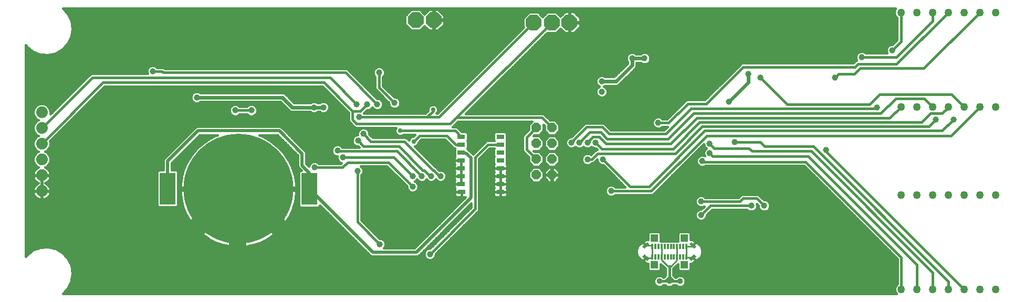
<source format=gbl>
G75*
%MOIN*%
%OFA0B0*%
%FSLAX25Y25*%
%IPPOS*%
%LPD*%
%AMOC8*
5,1,8,0,0,1.08239X$1,22.5*
%
%ADD10C,0.05000*%
%ADD11OC8,0.10000*%
%ADD12C,0.07400*%
%ADD13R,0.05000X0.03150*%
%ADD14C,0.70000*%
%ADD15R,0.10000X0.20000*%
%ADD16OC8,0.06000*%
%ADD17R,0.01181X0.03346*%
%ADD18R,0.04055X0.01969*%
%ADD19R,0.04756X0.04756*%
%ADD20C,0.03962*%
%ADD21C,0.01600*%
%ADD22C,0.10000*%
%ADD23C,0.02978*%
%ADD24C,0.01000*%
%ADD25C,0.02400*%
%ADD26C,0.03765*%
%ADD27C,0.02000*%
D10*
X0562863Y0009713D03*
X0572863Y0009713D03*
X0582863Y0009713D03*
X0592863Y0009713D03*
X0602863Y0009713D03*
X0612863Y0009713D03*
X0622863Y0009713D03*
X0622863Y0069713D03*
X0612863Y0069713D03*
X0602863Y0069713D03*
X0592863Y0069713D03*
X0582863Y0069713D03*
X0572863Y0069713D03*
X0562863Y0069713D03*
X0562548Y0125737D03*
X0572548Y0125737D03*
X0582548Y0125737D03*
X0592548Y0125737D03*
X0602548Y0125737D03*
X0612548Y0125737D03*
X0622548Y0125737D03*
X0622548Y0185737D03*
X0612548Y0185737D03*
X0602548Y0185737D03*
X0592548Y0185737D03*
X0582548Y0185737D03*
X0572548Y0185737D03*
X0562548Y0185737D03*
D11*
X0352194Y0179359D03*
X0340894Y0179280D03*
X0329477Y0179280D03*
X0265973Y0180934D03*
X0254556Y0180934D03*
D12*
X0017233Y0122233D03*
X0017233Y0112233D03*
X0017233Y0102233D03*
X0017233Y0092233D03*
X0017233Y0082233D03*
X0017233Y0072233D03*
D13*
X0283493Y0076643D03*
X0283493Y0081643D03*
X0283493Y0086643D03*
X0283493Y0091643D03*
X0283493Y0096643D03*
X0283493Y0101643D03*
X0283493Y0106643D03*
X0308296Y0106721D03*
X0308296Y0101682D03*
X0308296Y0096682D03*
X0308296Y0091721D03*
X0308296Y0086682D03*
X0308296Y0081682D03*
X0308296Y0076682D03*
X0308296Y0071682D03*
X0283611Y0071643D03*
D14*
X0141957Y0073454D03*
D15*
X0097057Y0073754D03*
X0187157Y0073454D03*
D16*
X0331052Y0082469D03*
X0341052Y0082469D03*
X0341052Y0092469D03*
X0331052Y0092469D03*
X0331052Y0102469D03*
X0341052Y0102469D03*
X0341052Y0112469D03*
X0331052Y0112469D03*
D17*
X0404753Y0036957D03*
X0406721Y0036957D03*
X0408690Y0036957D03*
X0410658Y0036957D03*
X0412627Y0036957D03*
X0414595Y0036957D03*
X0416564Y0036957D03*
X0418532Y0036957D03*
X0420501Y0036957D03*
X0422469Y0036957D03*
X0424438Y0036957D03*
X0426406Y0036957D03*
X0426406Y0030422D03*
X0424438Y0030422D03*
X0422469Y0030422D03*
X0420501Y0030422D03*
X0418532Y0030422D03*
X0416564Y0030422D03*
X0414595Y0030422D03*
X0412627Y0030422D03*
X0410658Y0030422D03*
X0408690Y0030422D03*
X0406721Y0030422D03*
X0404753Y0030422D03*
D18*
G36*
X0401693Y0027713D02*
X0398543Y0030263D01*
X0399781Y0031793D01*
X0402931Y0029243D01*
X0401693Y0027713D01*
G37*
G36*
X0428189Y0029282D02*
X0431339Y0031832D01*
X0432577Y0030302D01*
X0429427Y0027752D01*
X0428189Y0029282D01*
G37*
G36*
X0431378Y0035587D02*
X0428228Y0038137D01*
X0429466Y0039667D01*
X0432616Y0037117D01*
X0431378Y0035587D01*
G37*
G36*
X0398543Y0037117D02*
X0401693Y0039667D01*
X0402931Y0038137D01*
X0399781Y0035587D01*
X0398543Y0037117D01*
G37*
D19*
X0406131Y0042154D03*
X0425028Y0042154D03*
X0425028Y0025225D03*
X0406131Y0025225D03*
D20*
X0383690Y0012036D03*
X0336839Y0014005D03*
X0263611Y0032115D03*
X0231721Y0038414D03*
X0258099Y0014005D03*
X0179359Y0014005D03*
X0100619Y0014005D03*
X0252587Y0075028D03*
X0252587Y0081721D03*
X0258493Y0081721D03*
X0264398Y0081721D03*
X0270304Y0081721D03*
X0217548Y0084871D03*
X0208493Y0093532D03*
X0204950Y0097863D03*
X0217942Y0104162D03*
X0221485Y0108493D03*
X0218729Y0119123D03*
X0195894Y0125422D03*
X0189989Y0125422D03*
X0180934Y0117942D03*
X0150225Y0123454D03*
X0139989Y0123454D03*
X0115580Y0131721D03*
X0104556Y0120304D03*
X0104556Y0112430D03*
X0104556Y0104556D03*
X0037627Y0104556D03*
X0037627Y0112430D03*
X0072272Y0126603D03*
X0072272Y0134083D03*
X0087627Y0148257D03*
X0217154Y0127391D03*
X0223847Y0127391D03*
X0230146Y0127391D03*
X0241170Y0128178D03*
X0231328Y0147469D03*
X0372666Y0141957D03*
X0372666Y0135265D03*
X0408493Y0115580D03*
X0441170Y0102194D03*
X0441170Y0096288D03*
X0436446Y0091170D03*
X0456918Y0103375D03*
X0515186Y0098257D03*
X0584871Y0117548D03*
X0595894Y0117548D03*
X0547469Y0125422D03*
X0520698Y0144320D03*
X0537627Y0157312D03*
X0556918Y0161643D03*
X0473454Y0144320D03*
X0465580Y0146682D03*
X0453375Y0128965D03*
X0399831Y0156524D03*
X0391957Y0156524D03*
X0368729Y0102981D03*
X0363611Y0102981D03*
X0358493Y0102981D03*
X0353375Y0102981D03*
X0363611Y0092351D03*
X0373454Y0092351D03*
X0378572Y0072272D03*
X0374241Y0065186D03*
X0362430Y0065186D03*
X0435658Y0065580D03*
X0451406Y0070698D03*
X0467548Y0071485D03*
X0467548Y0062824D03*
X0475816Y0062824D03*
X0435658Y0056918D03*
X0190383Y0087233D03*
X0037627Y0096682D03*
D21*
X0033791Y0010446D02*
X0030587Y0006994D01*
X0559643Y0006994D01*
X0559302Y0007334D01*
X0558663Y0008878D01*
X0558663Y0010549D01*
X0559302Y0012092D01*
X0560363Y0013153D01*
X0560363Y0029072D01*
X0501158Y0088276D01*
X0438758Y0088276D01*
X0438531Y0088049D01*
X0437178Y0087489D01*
X0435713Y0087489D01*
X0434360Y0088049D01*
X0433325Y0089085D01*
X0432765Y0090438D01*
X0432765Y0091902D01*
X0433325Y0093255D01*
X0434360Y0094291D01*
X0435713Y0094851D01*
X0437178Y0094851D01*
X0437906Y0094550D01*
X0437489Y0095556D01*
X0437489Y0097020D01*
X0438049Y0098373D01*
X0438917Y0099241D01*
X0438049Y0100109D01*
X0437489Y0101461D01*
X0437489Y0102064D01*
X0405578Y0070153D01*
X0404659Y0069772D01*
X0381278Y0069772D01*
X0380657Y0069152D01*
X0379304Y0068591D01*
X0377839Y0068591D01*
X0376486Y0069152D01*
X0375451Y0070187D01*
X0374891Y0071540D01*
X0374891Y0073005D01*
X0375451Y0074358D01*
X0376486Y0075393D01*
X0377839Y0075954D01*
X0379304Y0075954D01*
X0380657Y0075393D01*
X0381278Y0074772D01*
X0387497Y0074772D01*
X0373599Y0088670D01*
X0372721Y0088670D01*
X0371368Y0089230D01*
X0370333Y0090266D01*
X0369772Y0091619D01*
X0369772Y0092221D01*
X0367783Y0090232D01*
X0366864Y0089851D01*
X0366317Y0089851D01*
X0365696Y0089230D01*
X0364343Y0088670D01*
X0362879Y0088670D01*
X0361526Y0089230D01*
X0360490Y0090266D01*
X0359930Y0091619D01*
X0359930Y0093083D01*
X0360490Y0094436D01*
X0361526Y0095472D01*
X0362879Y0096032D01*
X0364343Y0096032D01*
X0365696Y0095472D01*
X0365824Y0095344D01*
X0368632Y0098152D01*
X0369551Y0098532D01*
X0369642Y0098532D01*
X0368875Y0099300D01*
X0367997Y0099300D01*
X0366644Y0099860D01*
X0366170Y0100334D01*
X0365696Y0099860D01*
X0364343Y0099300D01*
X0362879Y0099300D01*
X0361526Y0099860D01*
X0361052Y0100334D01*
X0360578Y0099860D01*
X0359225Y0099300D01*
X0357761Y0099300D01*
X0356408Y0099860D01*
X0355934Y0100334D01*
X0355460Y0099860D01*
X0354107Y0099300D01*
X0352643Y0099300D01*
X0351290Y0099860D01*
X0350254Y0100896D01*
X0349694Y0102249D01*
X0349694Y0103713D01*
X0350254Y0105066D01*
X0351290Y0106102D01*
X0352643Y0106662D01*
X0353433Y0106662D01*
X0361010Y0114240D01*
X0361713Y0114943D01*
X0362632Y0115324D01*
X0373557Y0115324D01*
X0374476Y0114943D01*
X0375179Y0114240D01*
X0378426Y0110993D01*
X0412182Y0110993D01*
X0414268Y0113080D01*
X0411199Y0113080D01*
X0410578Y0112459D01*
X0409225Y0111898D01*
X0407761Y0111898D01*
X0406408Y0112459D01*
X0405372Y0113494D01*
X0404812Y0114847D01*
X0404812Y0116312D01*
X0405372Y0117665D01*
X0406408Y0118700D01*
X0407761Y0119261D01*
X0409225Y0119261D01*
X0410578Y0118700D01*
X0411199Y0118080D01*
X0414150Y0118080D01*
X0425271Y0129200D01*
X0425271Y0129200D01*
X0425974Y0129904D01*
X0426893Y0130284D01*
X0438166Y0130284D01*
X0460311Y0152429D01*
X0461014Y0153132D01*
X0461933Y0153513D01*
X0532261Y0153513D01*
X0533848Y0155100D01*
X0534454Y0155351D01*
X0533946Y0156580D01*
X0533946Y0158044D01*
X0534506Y0159397D01*
X0535542Y0160432D01*
X0536895Y0160993D01*
X0538359Y0160993D01*
X0539712Y0160432D01*
X0540333Y0159812D01*
X0553692Y0159812D01*
X0553237Y0160910D01*
X0553237Y0162375D01*
X0553797Y0163728D01*
X0554833Y0164763D01*
X0556186Y0165324D01*
X0557064Y0165324D01*
X0560048Y0168308D01*
X0560048Y0182297D01*
X0558987Y0183358D01*
X0558348Y0184902D01*
X0558348Y0186572D01*
X0558987Y0188116D01*
X0559210Y0188339D01*
X0030587Y0188339D01*
X0033791Y0184886D01*
X0033791Y0184886D01*
X0035964Y0180374D01*
X0035964Y0180374D01*
X0036710Y0175422D01*
X0035964Y0170470D01*
X0035964Y0170470D01*
X0033791Y0165958D01*
X0033791Y0165958D01*
X0030385Y0162287D01*
X0030385Y0162287D01*
X0030385Y0162287D01*
X0026048Y0159783D01*
X0026048Y0159783D01*
X0021166Y0158669D01*
X0021166Y0158669D01*
X0016172Y0159043D01*
X0016172Y0159043D01*
X0011510Y0160873D01*
X0011510Y0160873D01*
X0007595Y0163995D01*
X0007595Y0163995D01*
X0007595Y0163995D01*
X0006994Y0164877D01*
X0006994Y0030455D01*
X0007595Y0031337D01*
X0007595Y0031337D01*
X0007595Y0031337D01*
X0011510Y0034459D01*
X0016172Y0036289D01*
X0021166Y0036663D01*
X0026048Y0035549D01*
X0030385Y0033045D01*
X0030385Y0033045D01*
X0033791Y0029374D01*
X0033791Y0029374D01*
X0035964Y0024862D01*
X0035964Y0024862D01*
X0036710Y0019910D01*
X0035964Y0014958D01*
X0035964Y0014958D01*
X0033791Y0010446D01*
X0033791Y0010446D01*
X0033550Y0010186D02*
X0558663Y0010186D01*
X0558783Y0008588D02*
X0032066Y0008588D01*
X0034436Y0011785D02*
X0407221Y0011785D01*
X0407251Y0011755D02*
X0408568Y0011209D01*
X0409993Y0011209D01*
X0411310Y0011755D01*
X0411847Y0012292D01*
X0413013Y0012292D01*
X0413550Y0011755D01*
X0414867Y0011209D01*
X0416292Y0011209D01*
X0417609Y0011755D01*
X0418146Y0012292D01*
X0419706Y0012292D01*
X0420243Y0011755D01*
X0421560Y0011209D01*
X0422985Y0011209D01*
X0424302Y0011755D01*
X0425310Y0012763D01*
X0425855Y0014079D01*
X0425855Y0015505D01*
X0425310Y0016822D01*
X0424302Y0017829D01*
X0422985Y0018375D01*
X0421560Y0018375D01*
X0420243Y0017829D01*
X0419706Y0017292D01*
X0419371Y0017292D01*
X0419358Y0017305D01*
X0418080Y0018584D01*
X0418080Y0022842D01*
X0418764Y0023527D01*
X0420950Y0025713D01*
X0420950Y0022143D01*
X0421946Y0021147D01*
X0428110Y0021147D01*
X0429106Y0022143D01*
X0429106Y0025975D01*
X0429474Y0025936D01*
X0429942Y0026010D01*
X0430375Y0026203D01*
X0432135Y0027628D01*
X0432064Y0027716D01*
X0432135Y0027628D01*
X0432429Y0027867D01*
X0433843Y0028452D01*
X0435581Y0030190D01*
X0436521Y0032461D01*
X0436521Y0034919D01*
X0435581Y0037189D01*
X0433843Y0038927D01*
X0432610Y0039438D01*
X0432174Y0039790D01*
X0432070Y0039662D01*
X0432070Y0039662D01*
X0432174Y0039791D01*
X0430414Y0041216D01*
X0429981Y0041408D01*
X0429513Y0041483D01*
X0429106Y0041440D01*
X0429106Y0045236D01*
X0428110Y0046232D01*
X0421946Y0046232D01*
X0420950Y0045236D01*
X0420950Y0040331D01*
X0410209Y0040331D01*
X0410209Y0045236D01*
X0409213Y0046232D01*
X0403049Y0046232D01*
X0402053Y0045236D01*
X0402053Y0041440D01*
X0401646Y0041483D01*
X0401178Y0041408D01*
X0400745Y0041216D01*
X0398985Y0039791D01*
X0399089Y0039662D01*
X0398985Y0039790D01*
X0398550Y0039438D01*
X0397316Y0038927D01*
X0395578Y0037189D01*
X0394638Y0034919D01*
X0394638Y0032461D01*
X0395578Y0030190D01*
X0397316Y0028452D01*
X0398549Y0027942D01*
X0398985Y0027589D01*
X0400745Y0026164D01*
X0401178Y0025971D01*
X0401646Y0025897D01*
X0402053Y0025940D01*
X0402053Y0022143D01*
X0403049Y0021147D01*
X0409213Y0021147D01*
X0410209Y0022143D01*
X0410209Y0025713D01*
X0413080Y0022842D01*
X0413080Y0018584D01*
X0412982Y0018486D01*
X0412279Y0017783D01*
X0412195Y0017699D01*
X0411818Y0017322D01*
X0411310Y0017829D01*
X0409993Y0018375D01*
X0408568Y0018375D01*
X0407251Y0017829D01*
X0406243Y0016822D01*
X0405698Y0015505D01*
X0405698Y0014079D01*
X0406243Y0012763D01*
X0407251Y0011755D01*
X0405986Y0013383D02*
X0035205Y0013383D01*
X0035967Y0014982D02*
X0405698Y0014982D01*
X0406143Y0016580D02*
X0036208Y0016580D01*
X0036449Y0018179D02*
X0408095Y0018179D01*
X0410466Y0018179D02*
X0412675Y0018179D01*
X0413080Y0019777D02*
X0036690Y0019777D01*
X0036489Y0021376D02*
X0402820Y0021376D01*
X0402053Y0022974D02*
X0036248Y0022974D01*
X0036007Y0024573D02*
X0402053Y0024573D01*
X0400735Y0026171D02*
X0035333Y0026171D01*
X0034564Y0027770D02*
X0398761Y0027770D01*
X0398985Y0027589D02*
X0399089Y0027718D01*
X0399089Y0027718D01*
X0398985Y0027589D01*
X0400737Y0029753D02*
X0395166Y0024182D01*
X0409441Y0021376D02*
X0413080Y0021376D01*
X0412947Y0022974D02*
X0410209Y0022974D01*
X0410209Y0024573D02*
X0411349Y0024573D01*
X0415580Y0023454D02*
X0415580Y0017548D01*
X0417942Y0015186D01*
X0417942Y0014792D01*
X0413611Y0014792D01*
X0413611Y0015580D01*
X0412824Y0014792D01*
X0409280Y0014792D01*
X0412824Y0014792D02*
X0413611Y0014792D01*
X0413611Y0015580D02*
X0414398Y0016367D01*
X0414398Y0015973D01*
X0415580Y0014792D01*
X0415580Y0015973D01*
X0414398Y0016367D02*
X0415580Y0017548D01*
X0418484Y0018179D02*
X0421087Y0018179D01*
X0423458Y0018179D02*
X0560363Y0018179D01*
X0560363Y0019777D02*
X0418080Y0019777D01*
X0418080Y0021376D02*
X0421718Y0021376D01*
X0420950Y0022974D02*
X0418212Y0022974D01*
X0419810Y0024573D02*
X0420950Y0024573D01*
X0429106Y0024573D02*
X0560363Y0024573D01*
X0560363Y0026171D02*
X0430303Y0026171D01*
X0432064Y0027716D02*
X0432064Y0027716D01*
X0432310Y0027770D02*
X0560363Y0027770D01*
X0560066Y0029368D02*
X0434759Y0029368D01*
X0435902Y0030967D02*
X0558468Y0030967D01*
X0556869Y0032565D02*
X0436521Y0032565D01*
X0436521Y0034164D02*
X0555271Y0034164D01*
X0553672Y0035762D02*
X0436172Y0035762D01*
X0435409Y0037361D02*
X0552074Y0037361D01*
X0550475Y0038959D02*
X0433765Y0038959D01*
X0431227Y0040558D02*
X0548877Y0040558D01*
X0547278Y0042156D02*
X0429106Y0042156D01*
X0429106Y0043755D02*
X0545680Y0043755D01*
X0544081Y0045354D02*
X0428989Y0045354D01*
X0421067Y0045354D02*
X0410092Y0045354D01*
X0410209Y0043755D02*
X0420950Y0043755D01*
X0420950Y0042156D02*
X0410209Y0042156D01*
X0410209Y0040558D02*
X0420950Y0040558D01*
X0430422Y0037627D02*
X0434753Y0041957D01*
X0434871Y0041957D01*
X0402053Y0042156D02*
X0277188Y0042156D01*
X0275590Y0040558D02*
X0399933Y0040558D01*
X0399089Y0039662D02*
X0399089Y0039662D01*
X0397394Y0038959D02*
X0273991Y0038959D01*
X0272393Y0037361D02*
X0395750Y0037361D01*
X0394987Y0035762D02*
X0270794Y0035762D01*
X0269196Y0034164D02*
X0394638Y0034164D01*
X0394638Y0032565D02*
X0267597Y0032565D01*
X0267292Y0032261D02*
X0293767Y0058736D01*
X0294471Y0059439D01*
X0294851Y0060358D01*
X0294851Y0092497D01*
X0301536Y0099182D01*
X0304317Y0099182D01*
X0304096Y0098961D01*
X0304096Y0094403D01*
X0304297Y0094202D01*
X0304096Y0094000D01*
X0304096Y0089442D01*
X0304290Y0089248D01*
X0304119Y0088951D01*
X0303996Y0088494D01*
X0303996Y0086682D01*
X0308296Y0086682D01*
X0308296Y0086682D01*
X0312596Y0086682D01*
X0312596Y0088494D01*
X0312473Y0088951D01*
X0312302Y0089248D01*
X0312496Y0089442D01*
X0312496Y0094000D01*
X0312295Y0094202D01*
X0312496Y0094403D01*
X0312496Y0098961D01*
X0312275Y0099182D01*
X0312496Y0099403D01*
X0312496Y0103961D01*
X0312255Y0104202D01*
X0312496Y0104442D01*
X0312496Y0109000D01*
X0311500Y0109996D01*
X0305092Y0109996D01*
X0304096Y0109000D01*
X0304096Y0104442D01*
X0304337Y0104202D01*
X0304317Y0104182D01*
X0300003Y0104182D01*
X0299085Y0103801D01*
X0298381Y0103098D01*
X0290918Y0095634D01*
X0288735Y0097818D01*
X0287975Y0098577D01*
X0287693Y0098694D01*
X0287693Y0098921D01*
X0287472Y0099143D01*
X0287693Y0099364D01*
X0287693Y0103921D01*
X0287472Y0104143D01*
X0287693Y0104364D01*
X0287693Y0108921D01*
X0286697Y0109917D01*
X0283754Y0109917D01*
X0281090Y0112581D01*
X0280171Y0112961D01*
X0278111Y0112961D01*
X0278526Y0113376D01*
X0281477Y0116328D01*
X0328263Y0116328D01*
X0326352Y0114416D01*
X0326352Y0111305D01*
X0322909Y0107862D01*
X0322528Y0106943D01*
X0322528Y0097996D01*
X0322909Y0097077D01*
X0323612Y0096374D01*
X0326352Y0093634D01*
X0326352Y0090522D01*
X0329105Y0087769D01*
X0332999Y0087769D01*
X0335752Y0090522D01*
X0335752Y0094416D01*
X0332999Y0097169D01*
X0329887Y0097169D01*
X0329287Y0097769D01*
X0332999Y0097769D01*
X0335752Y0100522D01*
X0335752Y0104416D01*
X0332999Y0107169D01*
X0329287Y0107169D01*
X0329888Y0107769D01*
X0332999Y0107769D01*
X0335752Y0110522D01*
X0335752Y0114234D01*
X0336352Y0113634D01*
X0336352Y0110522D01*
X0339105Y0107769D01*
X0342999Y0107769D01*
X0345752Y0110522D01*
X0345752Y0114416D01*
X0342999Y0117169D01*
X0339888Y0117169D01*
X0336813Y0120244D01*
X0336110Y0120947D01*
X0335191Y0121328D01*
X0286477Y0121328D01*
X0337925Y0172775D01*
X0338119Y0172580D01*
X0343670Y0172580D01*
X0346513Y0175423D01*
X0349377Y0172559D01*
X0351894Y0172559D01*
X0351894Y0179059D01*
X0352494Y0179059D01*
X0352494Y0179659D01*
X0358994Y0179659D01*
X0358994Y0182176D01*
X0355010Y0186159D01*
X0352494Y0186159D01*
X0352494Y0179659D01*
X0351894Y0179659D01*
X0351894Y0186159D01*
X0349377Y0186159D01*
X0346434Y0183216D01*
X0343670Y0185980D01*
X0338119Y0185980D01*
X0335186Y0183047D01*
X0332252Y0185980D01*
X0326702Y0185980D01*
X0322777Y0182056D01*
X0322777Y0176505D01*
X0322972Y0176310D01*
X0268284Y0121623D01*
X0267865Y0121623D01*
X0268283Y0122041D01*
X0268768Y0123213D01*
X0268768Y0124482D01*
X0268283Y0125654D01*
X0267386Y0126551D01*
X0266214Y0127036D01*
X0264945Y0127036D01*
X0263773Y0126551D01*
X0262876Y0125654D01*
X0262391Y0124482D01*
X0262391Y0123406D01*
X0260607Y0121623D01*
X0221615Y0121623D01*
X0221636Y0121644D01*
X0223702Y0123709D01*
X0224579Y0123709D01*
X0225932Y0124270D01*
X0226968Y0125305D01*
X0226997Y0125375D01*
X0227026Y0125305D01*
X0228061Y0124270D01*
X0229414Y0123709D01*
X0230879Y0123709D01*
X0232232Y0124270D01*
X0233267Y0125305D01*
X0233828Y0126658D01*
X0233828Y0128123D01*
X0233267Y0129476D01*
X0232232Y0130511D01*
X0230879Y0131072D01*
X0230001Y0131072D01*
X0211484Y0149589D01*
X0210565Y0149969D01*
X0095355Y0149969D01*
X0094948Y0150376D01*
X0094030Y0150757D01*
X0090333Y0150757D01*
X0089712Y0151377D01*
X0088359Y0151938D01*
X0086895Y0151938D01*
X0085542Y0151377D01*
X0084506Y0150342D01*
X0083946Y0148989D01*
X0083946Y0147524D01*
X0084238Y0146820D01*
X0048822Y0146820D01*
X0047904Y0146439D01*
X0047200Y0145736D01*
X0047200Y0145736D01*
X0022633Y0121169D01*
X0022633Y0123307D01*
X0021811Y0125292D01*
X0020292Y0126811D01*
X0018307Y0127633D01*
X0016159Y0127633D01*
X0014174Y0126811D01*
X0012655Y0125292D01*
X0011833Y0123307D01*
X0011833Y0121159D01*
X0012655Y0119174D01*
X0014174Y0117655D01*
X0015193Y0117233D01*
X0014174Y0116811D01*
X0012655Y0115292D01*
X0011833Y0113307D01*
X0011833Y0111159D01*
X0012655Y0109174D01*
X0014174Y0107655D01*
X0015193Y0107233D01*
X0014174Y0106811D01*
X0012655Y0105292D01*
X0011833Y0103307D01*
X0011833Y0101159D01*
X0012655Y0099174D01*
X0014174Y0097655D01*
X0015193Y0097233D01*
X0014174Y0096811D01*
X0012655Y0095292D01*
X0011833Y0093307D01*
X0011833Y0091159D01*
X0012655Y0089174D01*
X0014174Y0087655D01*
X0015049Y0087293D01*
X0014350Y0086937D01*
X0013650Y0086428D01*
X0013038Y0085816D01*
X0012529Y0085116D01*
X0012136Y0084344D01*
X0011869Y0083521D01*
X0011733Y0082666D01*
X0011733Y0082433D01*
X0017033Y0082433D01*
X0017033Y0082033D01*
X0011733Y0082033D01*
X0011733Y0081800D01*
X0011869Y0080945D01*
X0012136Y0080122D01*
X0012529Y0079350D01*
X0013038Y0078650D01*
X0013650Y0078038D01*
X0014350Y0077529D01*
X0014931Y0077233D01*
X0014350Y0076937D01*
X0013650Y0076428D01*
X0013038Y0075816D01*
X0012529Y0075116D01*
X0012136Y0074344D01*
X0011869Y0073521D01*
X0011733Y0072666D01*
X0011733Y0072433D01*
X0017033Y0072433D01*
X0017033Y0072033D01*
X0017433Y0072033D01*
X0017433Y0066733D01*
X0017666Y0066733D01*
X0018521Y0066869D01*
X0019344Y0067136D01*
X0020116Y0067529D01*
X0020816Y0068038D01*
X0021428Y0068650D01*
X0021937Y0069350D01*
X0022330Y0070122D01*
X0022598Y0070945D01*
X0022733Y0071800D01*
X0022733Y0072033D01*
X0017433Y0072033D01*
X0017433Y0072433D01*
X0022733Y0072433D01*
X0022733Y0072666D01*
X0022598Y0073521D01*
X0022330Y0074344D01*
X0021937Y0075116D01*
X0021428Y0075816D01*
X0020816Y0076428D01*
X0020116Y0076937D01*
X0019535Y0077233D01*
X0020116Y0077529D01*
X0020816Y0078038D01*
X0021428Y0078650D01*
X0021937Y0079350D01*
X0022330Y0080122D01*
X0022598Y0080945D01*
X0022733Y0081800D01*
X0022733Y0082033D01*
X0017433Y0082033D01*
X0017433Y0072433D01*
X0017033Y0072433D01*
X0017033Y0077733D01*
X0017033Y0082033D01*
X0017433Y0082033D01*
X0017433Y0082433D01*
X0022733Y0082433D01*
X0022733Y0082666D01*
X0022598Y0083521D01*
X0022330Y0084344D01*
X0021937Y0085116D01*
X0021428Y0085816D01*
X0020816Y0086428D01*
X0020116Y0086937D01*
X0019417Y0087293D01*
X0020292Y0087655D01*
X0021811Y0089174D01*
X0022633Y0091159D01*
X0022633Y0093307D01*
X0021811Y0095292D01*
X0020292Y0096811D01*
X0019273Y0097233D01*
X0020292Y0097655D01*
X0021811Y0099174D01*
X0022633Y0101159D01*
X0022633Y0103307D01*
X0022402Y0103866D01*
X0057206Y0138670D01*
X0195253Y0138670D01*
X0211898Y0122024D01*
X0211898Y0117051D01*
X0212279Y0116132D01*
X0215035Y0113376D01*
X0215738Y0112673D01*
X0216657Y0112292D01*
X0242034Y0112292D01*
X0242010Y0112268D01*
X0241524Y0111096D01*
X0241524Y0109827D01*
X0242010Y0108655D01*
X0242907Y0107758D01*
X0244079Y0107272D01*
X0245348Y0107272D01*
X0246520Y0107758D01*
X0246723Y0107961D01*
X0254032Y0107961D01*
X0253028Y0106957D01*
X0252740Y0106957D01*
X0251568Y0106472D01*
X0250671Y0105575D01*
X0250240Y0104533D01*
X0249589Y0105185D01*
X0248885Y0105888D01*
X0247967Y0106268D01*
X0227245Y0106268D01*
X0225166Y0108347D01*
X0225166Y0109225D01*
X0224606Y0110578D01*
X0223570Y0111614D01*
X0222217Y0112174D01*
X0220753Y0112174D01*
X0219400Y0111614D01*
X0218364Y0110578D01*
X0217804Y0109225D01*
X0217804Y0107843D01*
X0217210Y0107843D01*
X0215857Y0107283D01*
X0214821Y0106247D01*
X0214261Y0104894D01*
X0214261Y0103430D01*
X0214821Y0102077D01*
X0215857Y0101042D01*
X0217210Y0100481D01*
X0218087Y0100481D01*
X0218599Y0099969D01*
X0208049Y0099969D01*
X0207035Y0100984D01*
X0205682Y0101544D01*
X0204217Y0101544D01*
X0202864Y0100984D01*
X0201829Y0099948D01*
X0201269Y0098595D01*
X0201269Y0097131D01*
X0201829Y0095778D01*
X0202864Y0094742D01*
X0204217Y0094182D01*
X0204812Y0094182D01*
X0204812Y0092800D01*
X0205372Y0091447D01*
X0206408Y0090412D01*
X0207351Y0090021D01*
X0207064Y0089733D01*
X0193089Y0089733D01*
X0192468Y0090354D01*
X0191115Y0090914D01*
X0189650Y0090914D01*
X0188297Y0090354D01*
X0187262Y0089318D01*
X0186723Y0088018D01*
X0185209Y0089533D01*
X0185209Y0096432D01*
X0184798Y0097424D01*
X0170231Y0111991D01*
X0169471Y0112750D01*
X0168479Y0113161D01*
X0115830Y0113161D01*
X0114837Y0112750D01*
X0095528Y0093441D01*
X0094769Y0092681D01*
X0094357Y0091689D01*
X0094357Y0085454D01*
X0091353Y0085454D01*
X0090357Y0084458D01*
X0090357Y0063049D01*
X0091353Y0062054D01*
X0102762Y0062054D01*
X0103757Y0063049D01*
X0103757Y0084458D01*
X0102762Y0085454D01*
X0099757Y0085454D01*
X0099757Y0090034D01*
X0117485Y0107761D01*
X0128642Y0107761D01*
X0127868Y0107468D01*
X0125840Y0106555D01*
X0123871Y0105522D01*
X0121968Y0104371D01*
X0120138Y0103108D01*
X0118387Y0101736D01*
X0116722Y0100261D01*
X0115150Y0098689D01*
X0113675Y0097024D01*
X0112303Y0095273D01*
X0111040Y0093443D01*
X0109889Y0091540D01*
X0108856Y0089571D01*
X0107943Y0087543D01*
X0107155Y0085463D01*
X0106493Y0083340D01*
X0105961Y0081181D01*
X0105560Y0078993D01*
X0105292Y0076785D01*
X0105157Y0074566D01*
X0105157Y0074254D01*
X0141157Y0074254D01*
X0141157Y0072654D01*
X0105157Y0072654D01*
X0105157Y0072342D01*
X0105292Y0070122D01*
X0105560Y0067914D01*
X0105961Y0065726D01*
X0106493Y0063567D01*
X0107155Y0061444D01*
X0107943Y0059364D01*
X0108856Y0057336D01*
X0109889Y0055367D01*
X0111040Y0053464D01*
X0112303Y0051634D01*
X0113675Y0049883D01*
X0115150Y0048218D01*
X0116722Y0046646D01*
X0118387Y0045171D01*
X0120138Y0043799D01*
X0121968Y0042536D01*
X0123871Y0041386D01*
X0125840Y0040352D01*
X0127868Y0039439D01*
X0129948Y0038651D01*
X0132071Y0037989D01*
X0134230Y0037457D01*
X0136418Y0037056D01*
X0138626Y0036788D01*
X0140845Y0036654D01*
X0141157Y0036654D01*
X0141157Y0072653D01*
X0142757Y0072653D01*
X0142757Y0036654D01*
X0143069Y0036654D01*
X0145289Y0036788D01*
X0147497Y0037056D01*
X0149685Y0037457D01*
X0151844Y0037989D01*
X0153967Y0038651D01*
X0156047Y0039439D01*
X0158075Y0040352D01*
X0160044Y0041386D01*
X0161947Y0042536D01*
X0163777Y0043799D01*
X0165528Y0045171D01*
X0167193Y0046646D01*
X0168765Y0048218D01*
X0170240Y0049883D01*
X0171612Y0051634D01*
X0172875Y0053464D01*
X0174025Y0055367D01*
X0175059Y0057336D01*
X0175972Y0059364D01*
X0176760Y0061444D01*
X0177422Y0063567D01*
X0177954Y0065726D01*
X0178355Y0067914D01*
X0178623Y0070122D01*
X0178757Y0072342D01*
X0178757Y0072654D01*
X0142758Y0072654D01*
X0142758Y0074254D01*
X0178757Y0074254D01*
X0178757Y0074566D01*
X0178623Y0076785D01*
X0178355Y0078993D01*
X0177954Y0081181D01*
X0177422Y0083340D01*
X0176760Y0085463D01*
X0175972Y0087543D01*
X0175059Y0089571D01*
X0174025Y0091540D01*
X0172875Y0093443D01*
X0171612Y0095273D01*
X0170240Y0097024D01*
X0168765Y0098689D01*
X0167193Y0100261D01*
X0165528Y0101736D01*
X0163777Y0103108D01*
X0161947Y0104371D01*
X0160044Y0105522D01*
X0158075Y0106555D01*
X0156047Y0107468D01*
X0155272Y0107761D01*
X0166823Y0107761D01*
X0179809Y0094776D01*
X0179809Y0087877D01*
X0180220Y0086885D01*
X0180979Y0086125D01*
X0181951Y0085154D01*
X0181453Y0085154D01*
X0180457Y0084158D01*
X0180457Y0062749D01*
X0181453Y0061754D01*
X0192862Y0061754D01*
X0193857Y0062749D01*
X0193857Y0062935D01*
X0225026Y0031767D01*
X0225786Y0031007D01*
X0226778Y0030596D01*
X0255487Y0030596D01*
X0256479Y0031007D01*
X0257239Y0031767D01*
X0289851Y0064379D01*
X0289851Y0061891D01*
X0263757Y0035796D01*
X0262879Y0035796D01*
X0261526Y0035236D01*
X0260490Y0034200D01*
X0259930Y0032847D01*
X0259930Y0031383D01*
X0260490Y0030030D01*
X0261526Y0028994D01*
X0262879Y0028434D01*
X0264343Y0028434D01*
X0265696Y0028994D01*
X0266732Y0030030D01*
X0267292Y0031383D01*
X0267292Y0032261D01*
X0267120Y0030967D02*
X0395257Y0030967D01*
X0396400Y0029368D02*
X0266070Y0029368D01*
X0263611Y0032115D02*
X0292351Y0060855D01*
X0292351Y0093532D01*
X0300501Y0101682D01*
X0308296Y0101682D01*
X0312496Y0101301D02*
X0322528Y0101301D01*
X0322528Y0099703D02*
X0312496Y0099703D01*
X0312496Y0098104D02*
X0322528Y0098104D01*
X0323480Y0096506D02*
X0312496Y0096506D01*
X0312496Y0094907D02*
X0325078Y0094907D01*
X0326352Y0093309D02*
X0312496Y0093309D01*
X0312496Y0091710D02*
X0326352Y0091710D01*
X0326763Y0090112D02*
X0312496Y0090112D01*
X0312591Y0088513D02*
X0328361Y0088513D01*
X0329105Y0087169D02*
X0326352Y0084416D01*
X0326352Y0080522D01*
X0329105Y0077769D01*
X0332999Y0077769D01*
X0335752Y0080522D01*
X0335752Y0084416D01*
X0332999Y0087169D01*
X0329105Y0087169D01*
X0328851Y0086915D02*
X0312596Y0086915D01*
X0312596Y0086682D02*
X0308296Y0086682D01*
X0308296Y0086682D01*
X0303996Y0086682D01*
X0303996Y0084870D01*
X0304119Y0084412D01*
X0304252Y0084182D01*
X0304119Y0083951D01*
X0303996Y0083494D01*
X0303996Y0081682D01*
X0308296Y0081682D01*
X0308296Y0086682D01*
X0308296Y0086682D01*
X0308296Y0083307D01*
X0308296Y0081682D01*
X0308296Y0081682D01*
X0308296Y0081682D01*
X0312596Y0081682D01*
X0312596Y0083494D01*
X0312473Y0083951D01*
X0312340Y0084182D01*
X0312473Y0084412D01*
X0312596Y0084870D01*
X0312596Y0086682D01*
X0312596Y0085316D02*
X0327252Y0085316D01*
X0326352Y0083718D02*
X0312536Y0083718D01*
X0312596Y0082119D02*
X0326352Y0082119D01*
X0326354Y0080521D02*
X0312596Y0080521D01*
X0312596Y0079870D02*
X0312596Y0081682D01*
X0308296Y0081682D01*
X0308296Y0081682D01*
X0303996Y0081682D01*
X0303996Y0079870D01*
X0304119Y0079412D01*
X0304252Y0079182D01*
X0304119Y0078951D01*
X0303996Y0078494D01*
X0303996Y0076682D01*
X0308296Y0076682D01*
X0308296Y0081682D01*
X0308296Y0081682D01*
X0308296Y0078307D01*
X0308296Y0076682D01*
X0308296Y0076682D01*
X0308296Y0076682D01*
X0312596Y0076682D01*
X0312596Y0078494D01*
X0312473Y0078951D01*
X0312340Y0079182D01*
X0312473Y0079412D01*
X0312596Y0079870D01*
X0312481Y0078922D02*
X0327952Y0078922D01*
X0334152Y0078922D02*
X0337811Y0078922D01*
X0339064Y0077669D02*
X0336252Y0080481D01*
X0336252Y0082269D01*
X0340852Y0082269D01*
X0341252Y0082269D01*
X0341252Y0077669D01*
X0343040Y0077669D01*
X0345852Y0080481D01*
X0345852Y0082269D01*
X0341252Y0082269D01*
X0341252Y0082669D01*
X0345852Y0082669D01*
X0345852Y0084458D01*
X0343040Y0087269D01*
X0341252Y0087269D01*
X0341252Y0082669D01*
X0340852Y0082669D01*
X0340852Y0082269D01*
X0340852Y0077669D01*
X0339064Y0077669D01*
X0340852Y0078922D02*
X0341252Y0078922D01*
X0341252Y0080521D02*
X0340852Y0080521D01*
X0340852Y0082119D02*
X0341252Y0082119D01*
X0340852Y0082669D02*
X0336252Y0082669D01*
X0336252Y0084458D01*
X0339064Y0087269D01*
X0340852Y0087269D01*
X0340852Y0082669D01*
X0340852Y0083718D02*
X0341252Y0083718D01*
X0341252Y0085316D02*
X0340852Y0085316D01*
X0340852Y0086915D02*
X0341252Y0086915D01*
X0342999Y0087769D02*
X0339105Y0087769D01*
X0336352Y0090522D01*
X0336352Y0094416D01*
X0339105Y0097169D01*
X0342999Y0097169D01*
X0345752Y0094416D01*
X0345752Y0090522D01*
X0342999Y0087769D01*
X0343395Y0086915D02*
X0375354Y0086915D01*
X0373756Y0088513D02*
X0343743Y0088513D01*
X0345341Y0090112D02*
X0360645Y0090112D01*
X0359930Y0091710D02*
X0345752Y0091710D01*
X0345752Y0093309D02*
X0360023Y0093309D01*
X0360961Y0094907D02*
X0345261Y0094907D01*
X0343662Y0096506D02*
X0366986Y0096506D01*
X0368585Y0098104D02*
X0343334Y0098104D01*
X0342999Y0097769D02*
X0345752Y0100522D01*
X0345752Y0104416D01*
X0342999Y0107169D01*
X0339105Y0107169D01*
X0336352Y0104416D01*
X0336352Y0100522D01*
X0339105Y0097769D01*
X0342999Y0097769D01*
X0344932Y0099703D02*
X0351670Y0099703D01*
X0350086Y0101301D02*
X0345752Y0101301D01*
X0345752Y0102900D02*
X0349694Y0102900D01*
X0350019Y0104498D02*
X0345670Y0104498D01*
X0344071Y0106097D02*
X0351285Y0106097D01*
X0354466Y0107695D02*
X0329814Y0107695D01*
X0334071Y0106097D02*
X0338033Y0106097D01*
X0336434Y0104498D02*
X0335670Y0104498D01*
X0335752Y0102900D02*
X0336352Y0102900D01*
X0336352Y0101301D02*
X0335752Y0101301D01*
X0334932Y0099703D02*
X0337172Y0099703D01*
X0338770Y0098104D02*
X0333334Y0098104D01*
X0333662Y0096506D02*
X0338442Y0096506D01*
X0336843Y0094907D02*
X0335261Y0094907D01*
X0335752Y0093309D02*
X0336352Y0093309D01*
X0336352Y0091710D02*
X0335752Y0091710D01*
X0335341Y0090112D02*
X0336763Y0090112D01*
X0338361Y0088513D02*
X0333743Y0088513D01*
X0333253Y0086915D02*
X0338709Y0086915D01*
X0337111Y0085316D02*
X0334852Y0085316D01*
X0335752Y0083718D02*
X0336252Y0083718D01*
X0336252Y0082119D02*
X0335752Y0082119D01*
X0335750Y0080521D02*
X0336252Y0080521D01*
X0344293Y0078922D02*
X0383347Y0078922D01*
X0384945Y0077324D02*
X0312596Y0077324D01*
X0312596Y0076682D02*
X0308296Y0076682D01*
X0308296Y0076682D01*
X0303996Y0076682D01*
X0303996Y0074870D01*
X0304119Y0074412D01*
X0304252Y0074182D01*
X0304119Y0073951D01*
X0303996Y0073494D01*
X0303996Y0071682D01*
X0308296Y0071682D01*
X0308296Y0076682D01*
X0308296Y0076682D01*
X0308296Y0073307D01*
X0308296Y0071682D01*
X0308296Y0071682D01*
X0308296Y0071682D01*
X0312596Y0071682D01*
X0312596Y0073494D01*
X0312473Y0073951D01*
X0312340Y0074182D01*
X0312473Y0074412D01*
X0312596Y0074870D01*
X0312596Y0076682D01*
X0312596Y0075725D02*
X0377288Y0075725D01*
X0375355Y0074127D02*
X0312372Y0074127D01*
X0312596Y0072528D02*
X0374891Y0072528D01*
X0375143Y0070930D02*
X0312596Y0070930D01*
X0312596Y0071682D02*
X0308296Y0071682D01*
X0308296Y0071682D01*
X0303996Y0071682D01*
X0303996Y0069870D01*
X0304119Y0069412D01*
X0304356Y0069002D01*
X0304691Y0068667D01*
X0305101Y0068430D01*
X0305559Y0068307D01*
X0308296Y0068307D01*
X0308296Y0071682D01*
X0308296Y0071682D01*
X0308296Y0068307D01*
X0311033Y0068307D01*
X0311491Y0068430D01*
X0311901Y0068667D01*
X0312236Y0069002D01*
X0312473Y0069412D01*
X0312596Y0069870D01*
X0312596Y0071682D01*
X0312427Y0069331D02*
X0376307Y0069331D01*
X0378572Y0072272D02*
X0404162Y0072272D01*
X0439339Y0107450D01*
X0594261Y0107450D01*
X0612548Y0125737D01*
X0602548Y0125737D02*
X0594595Y0133690D01*
X0549044Y0133690D01*
X0542745Y0127391D01*
X0490383Y0127391D01*
X0473454Y0144320D01*
X0457139Y0149257D02*
X0393122Y0149257D01*
X0393600Y0149735D02*
X0394416Y0150551D01*
X0394857Y0151617D01*
X0394857Y0153624D01*
X0397526Y0153624D01*
X0397746Y0153404D01*
X0399099Y0152843D01*
X0400564Y0152843D01*
X0401917Y0153404D01*
X0402952Y0154439D01*
X0403513Y0155792D01*
X0403513Y0157257D01*
X0402952Y0158610D01*
X0401917Y0159645D01*
X0400564Y0160205D01*
X0399099Y0160205D01*
X0397746Y0159645D01*
X0397526Y0159424D01*
X0394263Y0159424D01*
X0394043Y0159645D01*
X0392690Y0160205D01*
X0391225Y0160205D01*
X0389872Y0159645D01*
X0388837Y0158610D01*
X0388276Y0157257D01*
X0388276Y0155792D01*
X0388837Y0154439D01*
X0389057Y0154219D01*
X0389057Y0153395D01*
X0380520Y0144857D01*
X0374972Y0144857D01*
X0374751Y0145078D01*
X0373398Y0145639D01*
X0371934Y0145639D01*
X0370581Y0145078D01*
X0369545Y0144043D01*
X0368985Y0142690D01*
X0368985Y0141225D01*
X0369545Y0139872D01*
X0370581Y0138837D01*
X0371126Y0138611D01*
X0370581Y0138385D01*
X0369545Y0137350D01*
X0368985Y0135997D01*
X0368985Y0134532D01*
X0369545Y0133179D01*
X0370581Y0132144D01*
X0371934Y0131583D01*
X0373398Y0131583D01*
X0374751Y0132144D01*
X0375787Y0133179D01*
X0376347Y0134532D01*
X0376347Y0135997D01*
X0375787Y0137350D01*
X0374751Y0138385D01*
X0374206Y0138611D01*
X0374751Y0138837D01*
X0374972Y0139057D01*
X0382298Y0139057D01*
X0383364Y0139499D01*
X0393600Y0149735D01*
X0394542Y0150855D02*
X0458737Y0150855D01*
X0460336Y0152454D02*
X0394857Y0152454D01*
X0389057Y0154052D02*
X0319202Y0154052D01*
X0317603Y0152454D02*
X0388116Y0152454D01*
X0386518Y0150855D02*
X0316005Y0150855D01*
X0314406Y0149257D02*
X0384919Y0149257D01*
X0383321Y0147658D02*
X0312808Y0147658D01*
X0311209Y0146060D02*
X0381722Y0146060D01*
X0386728Y0142863D02*
X0450744Y0142863D01*
X0449146Y0141264D02*
X0385129Y0141264D01*
X0383531Y0139666D02*
X0447547Y0139666D01*
X0445949Y0138067D02*
X0375069Y0138067D01*
X0376152Y0136469D02*
X0444350Y0136469D01*
X0442752Y0134870D02*
X0376347Y0134870D01*
X0375825Y0133272D02*
X0441153Y0133272D01*
X0439555Y0131673D02*
X0373615Y0131673D01*
X0371717Y0131673D02*
X0296823Y0131673D01*
X0298421Y0133272D02*
X0369507Y0133272D01*
X0368985Y0134870D02*
X0300020Y0134870D01*
X0301618Y0136469D02*
X0369180Y0136469D01*
X0370263Y0138067D02*
X0303217Y0138067D01*
X0304815Y0139666D02*
X0369752Y0139666D01*
X0368985Y0141264D02*
X0306414Y0141264D01*
X0308012Y0142863D02*
X0369057Y0142863D01*
X0369964Y0144461D02*
X0309611Y0144461D01*
X0294320Y0147658D02*
X0235009Y0147658D01*
X0235009Y0148202D02*
X0234448Y0149554D01*
X0233413Y0150590D01*
X0232060Y0151150D01*
X0230595Y0151150D01*
X0229242Y0150590D01*
X0228207Y0149554D01*
X0227646Y0148202D01*
X0227646Y0146737D01*
X0228207Y0145384D01*
X0228828Y0144763D01*
X0228828Y0137523D01*
X0229208Y0136604D01*
X0229911Y0135901D01*
X0237489Y0128324D01*
X0237489Y0127446D01*
X0238049Y0126093D01*
X0239085Y0125057D01*
X0240438Y0124497D01*
X0241902Y0124497D01*
X0243255Y0125057D01*
X0244291Y0126093D01*
X0244851Y0127446D01*
X0244851Y0128910D01*
X0244291Y0130263D01*
X0243255Y0131299D01*
X0241902Y0131859D01*
X0241025Y0131859D01*
X0233828Y0139056D01*
X0233828Y0144763D01*
X0234448Y0145384D01*
X0235009Y0146737D01*
X0235009Y0148202D01*
X0234572Y0149257D02*
X0295918Y0149257D01*
X0297517Y0150855D02*
X0232772Y0150855D01*
X0229883Y0150855D02*
X0090234Y0150855D01*
X0085019Y0150855D02*
X0006994Y0150855D01*
X0006994Y0149257D02*
X0084057Y0149257D01*
X0083946Y0147658D02*
X0006994Y0147658D01*
X0006994Y0146060D02*
X0047524Y0146060D01*
X0045926Y0144461D02*
X0006994Y0144461D01*
X0006994Y0142863D02*
X0044327Y0142863D01*
X0042729Y0141264D02*
X0006994Y0141264D01*
X0006994Y0139666D02*
X0041130Y0139666D01*
X0039532Y0138067D02*
X0006994Y0138067D01*
X0006994Y0136469D02*
X0037933Y0136469D01*
X0036335Y0134870D02*
X0006994Y0134870D01*
X0006994Y0133272D02*
X0034736Y0133272D01*
X0033138Y0131673D02*
X0006994Y0131673D01*
X0006994Y0130075D02*
X0031539Y0130075D01*
X0029941Y0128476D02*
X0006994Y0128476D01*
X0006994Y0126878D02*
X0014335Y0126878D01*
X0012650Y0125279D02*
X0006994Y0125279D01*
X0006994Y0123681D02*
X0011988Y0123681D01*
X0011833Y0122082D02*
X0006994Y0122082D01*
X0006994Y0120484D02*
X0012113Y0120484D01*
X0012944Y0118885D02*
X0006994Y0118885D01*
X0006994Y0117287D02*
X0015064Y0117287D01*
X0013051Y0115688D02*
X0006994Y0115688D01*
X0006994Y0114089D02*
X0012157Y0114089D01*
X0011833Y0112491D02*
X0006994Y0112491D01*
X0006994Y0110892D02*
X0011943Y0110892D01*
X0012606Y0109294D02*
X0006994Y0109294D01*
X0006994Y0107695D02*
X0014134Y0107695D01*
X0013460Y0106097D02*
X0006994Y0106097D01*
X0006994Y0104498D02*
X0012327Y0104498D01*
X0011833Y0102900D02*
X0006994Y0102900D01*
X0006994Y0101301D02*
X0011833Y0101301D01*
X0012436Y0099703D02*
X0006994Y0099703D01*
X0006994Y0098104D02*
X0013725Y0098104D01*
X0013869Y0096506D02*
X0006994Y0096506D01*
X0006994Y0094907D02*
X0012496Y0094907D01*
X0011834Y0093309D02*
X0006994Y0093309D01*
X0006994Y0091710D02*
X0011833Y0091710D01*
X0012267Y0090112D02*
X0006994Y0090112D01*
X0006994Y0088513D02*
X0013316Y0088513D01*
X0014320Y0086915D02*
X0006994Y0086915D01*
X0006994Y0085316D02*
X0012675Y0085316D01*
X0011932Y0083718D02*
X0006994Y0083718D01*
X0006994Y0082119D02*
X0017033Y0082119D01*
X0017433Y0082119D02*
X0090357Y0082119D01*
X0090357Y0080521D02*
X0022460Y0080521D01*
X0021626Y0078922D02*
X0090357Y0078922D01*
X0090357Y0077324D02*
X0019713Y0077324D01*
X0017433Y0077324D02*
X0017033Y0077324D01*
X0017033Y0078922D02*
X0017433Y0078922D01*
X0017433Y0080521D02*
X0017033Y0080521D01*
X0012840Y0078922D02*
X0006994Y0078922D01*
X0006994Y0077324D02*
X0014753Y0077324D01*
X0012972Y0075725D02*
X0006994Y0075725D01*
X0006994Y0074127D02*
X0012065Y0074127D01*
X0011733Y0072528D02*
X0006994Y0072528D01*
X0006994Y0070930D02*
X0011874Y0070930D01*
X0011869Y0070945D02*
X0012136Y0070122D01*
X0012529Y0069350D01*
X0013038Y0068650D01*
X0013650Y0068038D01*
X0014350Y0067529D01*
X0015122Y0067136D01*
X0015945Y0066869D01*
X0016800Y0066733D01*
X0017033Y0066733D01*
X0017033Y0072033D01*
X0011733Y0072033D01*
X0011733Y0071800D01*
X0011869Y0070945D01*
X0012543Y0069331D02*
X0006994Y0069331D01*
X0006994Y0067733D02*
X0014070Y0067733D01*
X0017033Y0067733D02*
X0017433Y0067733D01*
X0017433Y0069331D02*
X0017033Y0069331D01*
X0017033Y0070930D02*
X0017433Y0070930D01*
X0017433Y0072528D02*
X0017033Y0072528D01*
X0017033Y0074127D02*
X0017433Y0074127D01*
X0017433Y0075725D02*
X0017033Y0075725D01*
X0021494Y0075725D02*
X0090357Y0075725D01*
X0090357Y0074127D02*
X0022401Y0074127D01*
X0022733Y0072528D02*
X0090357Y0072528D01*
X0090357Y0070930D02*
X0022593Y0070930D01*
X0021923Y0069331D02*
X0090357Y0069331D01*
X0090357Y0067733D02*
X0020396Y0067733D01*
X0006994Y0066134D02*
X0090357Y0066134D01*
X0090357Y0064536D02*
X0006994Y0064536D01*
X0006994Y0062937D02*
X0090470Y0062937D01*
X0103645Y0062937D02*
X0106689Y0062937D01*
X0106254Y0064536D02*
X0103757Y0064536D01*
X0103757Y0066134D02*
X0105886Y0066134D01*
X0105593Y0067733D02*
X0103757Y0067733D01*
X0103757Y0069331D02*
X0105388Y0069331D01*
X0105243Y0070930D02*
X0103757Y0070930D01*
X0103757Y0072528D02*
X0105157Y0072528D01*
X0103757Y0074127D02*
X0141157Y0074127D01*
X0141157Y0072528D02*
X0142757Y0072528D01*
X0142757Y0070930D02*
X0141157Y0070930D01*
X0141157Y0069331D02*
X0142757Y0069331D01*
X0142757Y0067733D02*
X0141157Y0067733D01*
X0141157Y0066134D02*
X0142757Y0066134D01*
X0142757Y0064536D02*
X0141157Y0064536D01*
X0141157Y0062937D02*
X0142757Y0062937D01*
X0142757Y0061339D02*
X0141157Y0061339D01*
X0141157Y0059740D02*
X0142757Y0059740D01*
X0142757Y0058142D02*
X0141157Y0058142D01*
X0141157Y0056543D02*
X0142757Y0056543D01*
X0142757Y0054945D02*
X0141157Y0054945D01*
X0141157Y0053346D02*
X0142757Y0053346D01*
X0142757Y0051748D02*
X0141157Y0051748D01*
X0141157Y0050149D02*
X0142757Y0050149D01*
X0142757Y0048551D02*
X0141157Y0048551D01*
X0141157Y0046952D02*
X0142757Y0046952D01*
X0142757Y0045354D02*
X0141157Y0045354D01*
X0141157Y0043755D02*
X0142757Y0043755D01*
X0142757Y0042156D02*
X0141157Y0042156D01*
X0141157Y0040558D02*
X0142757Y0040558D01*
X0142757Y0038959D02*
X0141157Y0038959D01*
X0141157Y0037361D02*
X0142757Y0037361D01*
X0149162Y0037361D02*
X0219432Y0037361D01*
X0221030Y0035762D02*
X0025112Y0035762D01*
X0028447Y0034164D02*
X0222629Y0034164D01*
X0224227Y0032565D02*
X0030830Y0032565D01*
X0032313Y0030967D02*
X0225883Y0030967D01*
X0234509Y0035996D02*
X0234842Y0036329D01*
X0235402Y0037682D01*
X0235402Y0039146D01*
X0234842Y0040499D01*
X0233806Y0041535D01*
X0232453Y0042095D01*
X0231576Y0042095D01*
X0220048Y0053623D01*
X0220048Y0082165D01*
X0220669Y0082786D01*
X0221229Y0084139D01*
X0221229Y0085603D01*
X0220669Y0086956D01*
X0219742Y0087883D01*
X0236198Y0087883D01*
X0248906Y0075174D01*
X0248906Y0074296D01*
X0249467Y0072943D01*
X0250502Y0071908D01*
X0251855Y0071347D01*
X0253320Y0071347D01*
X0254673Y0071908D01*
X0255708Y0072943D01*
X0256268Y0074296D01*
X0256268Y0075761D01*
X0255708Y0077114D01*
X0254673Y0078149D01*
X0254127Y0078375D01*
X0254673Y0078601D01*
X0255540Y0079468D01*
X0256408Y0078601D01*
X0257761Y0078040D01*
X0259225Y0078040D01*
X0260578Y0078601D01*
X0261446Y0079468D01*
X0262313Y0078601D01*
X0263666Y0078040D01*
X0265131Y0078040D01*
X0266484Y0078601D01*
X0267351Y0079468D01*
X0268219Y0078601D01*
X0269572Y0078040D01*
X0271036Y0078040D01*
X0272389Y0078601D01*
X0273425Y0079636D01*
X0273985Y0080989D01*
X0273985Y0082453D01*
X0273425Y0083806D01*
X0272389Y0084842D01*
X0271036Y0085402D01*
X0269572Y0085402D01*
X0269492Y0085369D01*
X0267339Y0087522D01*
X0267189Y0087584D01*
X0254140Y0100634D01*
X0255181Y0101065D01*
X0256078Y0101962D01*
X0256564Y0103134D01*
X0256564Y0103422D01*
X0257954Y0104812D01*
X0273205Y0104812D01*
X0278494Y0099523D01*
X0279413Y0099143D01*
X0279514Y0099143D01*
X0279514Y0099143D01*
X0279293Y0098921D01*
X0279293Y0094364D01*
X0279473Y0094184D01*
X0279316Y0093912D01*
X0279193Y0093454D01*
X0279193Y0091643D01*
X0283493Y0091643D01*
X0283493Y0091642D01*
X0283493Y0088268D01*
X0283493Y0086643D01*
X0283493Y0086643D01*
X0283493Y0091642D01*
X0283493Y0091642D01*
X0279193Y0091642D01*
X0279193Y0089831D01*
X0279316Y0089373D01*
X0279449Y0089143D01*
X0279316Y0088912D01*
X0279193Y0088454D01*
X0279193Y0086643D01*
X0283493Y0086643D01*
X0283493Y0086642D01*
X0283493Y0083268D01*
X0283493Y0081643D01*
X0283493Y0081643D01*
X0283493Y0086642D01*
X0283493Y0086642D01*
X0279193Y0086642D01*
X0279193Y0084831D01*
X0279316Y0084373D01*
X0279449Y0084143D01*
X0279316Y0083912D01*
X0279193Y0083454D01*
X0279193Y0081643D01*
X0283493Y0081643D01*
X0283493Y0081642D01*
X0283493Y0078268D01*
X0283493Y0076643D01*
X0283493Y0076643D01*
X0283493Y0081642D01*
X0283493Y0081642D01*
X0279193Y0081642D01*
X0279193Y0079831D01*
X0279316Y0079373D01*
X0279449Y0079143D01*
X0279316Y0078912D01*
X0279193Y0078454D01*
X0279193Y0076643D01*
X0283493Y0076643D01*
X0283493Y0076642D01*
X0279193Y0076642D01*
X0279193Y0074831D01*
X0279316Y0074373D01*
X0279508Y0074040D01*
X0279434Y0073912D01*
X0279311Y0073454D01*
X0279311Y0071643D01*
X0283611Y0071643D01*
X0283611Y0071642D01*
X0283611Y0068268D01*
X0286103Y0068268D01*
X0253831Y0035996D01*
X0234509Y0035996D01*
X0235269Y0037361D02*
X0255196Y0037361D01*
X0256795Y0038959D02*
X0235402Y0038959D01*
X0234783Y0040558D02*
X0258393Y0040558D01*
X0259992Y0042156D02*
X0231514Y0042156D01*
X0229916Y0043755D02*
X0261590Y0043755D01*
X0263189Y0045354D02*
X0228317Y0045354D01*
X0226719Y0046952D02*
X0264787Y0046952D01*
X0266386Y0048551D02*
X0225120Y0048551D01*
X0223522Y0050149D02*
X0267984Y0050149D01*
X0269583Y0051748D02*
X0221923Y0051748D01*
X0220325Y0053346D02*
X0271181Y0053346D01*
X0272780Y0054945D02*
X0220048Y0054945D01*
X0220048Y0056543D02*
X0274378Y0056543D01*
X0275977Y0058142D02*
X0220048Y0058142D01*
X0220048Y0059740D02*
X0277575Y0059740D01*
X0279174Y0061339D02*
X0220048Y0061339D01*
X0220048Y0062937D02*
X0280772Y0062937D01*
X0282371Y0064536D02*
X0220048Y0064536D01*
X0220048Y0066134D02*
X0283969Y0066134D01*
X0283611Y0068268D02*
X0283611Y0071642D01*
X0283611Y0071642D01*
X0279311Y0071642D01*
X0279311Y0069831D01*
X0279434Y0069373D01*
X0279671Y0068962D01*
X0280006Y0068627D01*
X0280416Y0068390D01*
X0280874Y0068268D01*
X0283611Y0068268D01*
X0283611Y0069331D02*
X0283611Y0069331D01*
X0283611Y0070930D02*
X0283611Y0070930D01*
X0279311Y0070930D02*
X0220048Y0070930D01*
X0220048Y0072528D02*
X0249882Y0072528D01*
X0248976Y0074127D02*
X0220048Y0074127D01*
X0220048Y0075725D02*
X0248355Y0075725D01*
X0246756Y0077324D02*
X0220048Y0077324D01*
X0220048Y0078922D02*
X0245158Y0078922D01*
X0243559Y0080521D02*
X0220048Y0080521D01*
X0220048Y0082119D02*
X0241961Y0082119D01*
X0240362Y0083718D02*
X0221055Y0083718D01*
X0221229Y0085316D02*
X0238764Y0085316D01*
X0237165Y0086915D02*
X0220686Y0086915D01*
X0217548Y0084871D02*
X0217548Y0052587D01*
X0231721Y0038414D01*
X0217833Y0038959D02*
X0154782Y0038959D01*
X0158467Y0040558D02*
X0216235Y0040558D01*
X0214636Y0042156D02*
X0161319Y0042156D01*
X0163713Y0043755D02*
X0213038Y0043755D01*
X0211439Y0045354D02*
X0165734Y0045354D01*
X0167499Y0046952D02*
X0209841Y0046952D01*
X0208242Y0048551D02*
X0169060Y0048551D01*
X0170449Y0050149D02*
X0206644Y0050149D01*
X0205045Y0051748D02*
X0171690Y0051748D01*
X0172794Y0053346D02*
X0203447Y0053346D01*
X0201848Y0054945D02*
X0173770Y0054945D01*
X0174643Y0056543D02*
X0200250Y0056543D01*
X0198651Y0058142D02*
X0175421Y0058142D01*
X0176114Y0059740D02*
X0197053Y0059740D01*
X0195454Y0061339D02*
X0176720Y0061339D01*
X0177226Y0062937D02*
X0180457Y0062937D01*
X0180457Y0064536D02*
X0177661Y0064536D01*
X0178029Y0066134D02*
X0180457Y0066134D01*
X0180457Y0067733D02*
X0178322Y0067733D01*
X0178527Y0069331D02*
X0180457Y0069331D01*
X0180457Y0070930D02*
X0178672Y0070930D01*
X0178757Y0072528D02*
X0180457Y0072528D01*
X0180457Y0074127D02*
X0142758Y0074127D01*
X0178075Y0080521D02*
X0180457Y0080521D01*
X0180457Y0082119D02*
X0177723Y0082119D01*
X0177304Y0083718D02*
X0180457Y0083718D01*
X0181788Y0085316D02*
X0176806Y0085316D01*
X0176210Y0086915D02*
X0180207Y0086915D01*
X0179809Y0088513D02*
X0175535Y0088513D01*
X0174775Y0090112D02*
X0179809Y0090112D01*
X0179809Y0091710D02*
X0173923Y0091710D01*
X0172956Y0093309D02*
X0179809Y0093309D01*
X0179677Y0094907D02*
X0171864Y0094907D01*
X0170646Y0096506D02*
X0178079Y0096506D01*
X0176480Y0098104D02*
X0169283Y0098104D01*
X0167751Y0099703D02*
X0174882Y0099703D01*
X0173283Y0101301D02*
X0166019Y0101301D01*
X0164043Y0102900D02*
X0171685Y0102900D01*
X0170086Y0104498D02*
X0161736Y0104498D01*
X0158948Y0106097D02*
X0168488Y0106097D01*
X0166889Y0107695D02*
X0155446Y0107695D01*
X0169731Y0112491D02*
X0216177Y0112491D01*
X0214321Y0114089D02*
X0032625Y0114089D01*
X0031027Y0112491D02*
X0114578Y0112491D01*
X0112980Y0110892D02*
X0029428Y0110892D01*
X0027829Y0109294D02*
X0111381Y0109294D01*
X0109783Y0107695D02*
X0026231Y0107695D01*
X0024632Y0106097D02*
X0108184Y0106097D01*
X0106586Y0104498D02*
X0023034Y0104498D01*
X0022633Y0102900D02*
X0104987Y0102900D01*
X0103389Y0101301D02*
X0022633Y0101301D01*
X0022030Y0099703D02*
X0101790Y0099703D01*
X0100192Y0098104D02*
X0020741Y0098104D01*
X0020597Y0096506D02*
X0098593Y0096506D01*
X0096995Y0094907D02*
X0021970Y0094907D01*
X0022632Y0093309D02*
X0095396Y0093309D01*
X0094366Y0091710D02*
X0022633Y0091710D01*
X0022199Y0090112D02*
X0094357Y0090112D01*
X0094357Y0088513D02*
X0021150Y0088513D01*
X0020146Y0086915D02*
X0094357Y0086915D01*
X0091216Y0085316D02*
X0021791Y0085316D01*
X0022534Y0083718D02*
X0090357Y0083718D01*
X0099757Y0086915D02*
X0107705Y0086915D01*
X0107109Y0085316D02*
X0102899Y0085316D01*
X0103757Y0083718D02*
X0106611Y0083718D01*
X0106192Y0082119D02*
X0103757Y0082119D01*
X0103757Y0080521D02*
X0105840Y0080521D01*
X0105551Y0078922D02*
X0103757Y0078922D01*
X0103757Y0077324D02*
X0105357Y0077324D01*
X0105228Y0075725D02*
X0103757Y0075725D01*
X0099757Y0088513D02*
X0108380Y0088513D01*
X0109140Y0090112D02*
X0099836Y0090112D01*
X0101434Y0091710D02*
X0109992Y0091710D01*
X0110959Y0093309D02*
X0103033Y0093309D01*
X0104631Y0094907D02*
X0112051Y0094907D01*
X0113269Y0096506D02*
X0106230Y0096506D01*
X0107828Y0098104D02*
X0114632Y0098104D01*
X0116164Y0099703D02*
X0109427Y0099703D01*
X0111025Y0101301D02*
X0117896Y0101301D01*
X0119872Y0102900D02*
X0112624Y0102900D01*
X0114222Y0104498D02*
X0122179Y0104498D01*
X0124967Y0106097D02*
X0115821Y0106097D01*
X0117419Y0107695D02*
X0128469Y0107695D01*
X0137904Y0120333D02*
X0139257Y0119772D01*
X0140721Y0119772D01*
X0142074Y0120333D01*
X0142695Y0120954D01*
X0147519Y0120954D01*
X0148140Y0120333D01*
X0149493Y0119772D01*
X0150957Y0119772D01*
X0152310Y0120333D01*
X0153346Y0121368D01*
X0153906Y0122721D01*
X0153906Y0124186D01*
X0153346Y0125539D01*
X0152310Y0126574D01*
X0150957Y0127135D01*
X0149493Y0127135D01*
X0148140Y0126574D01*
X0147519Y0125954D01*
X0142695Y0125954D01*
X0142074Y0126574D01*
X0140721Y0127135D01*
X0139257Y0127135D01*
X0137904Y0126574D01*
X0136868Y0125539D01*
X0136308Y0124186D01*
X0136308Y0122721D01*
X0136868Y0121368D01*
X0137904Y0120333D01*
X0137753Y0120484D02*
X0039019Y0120484D01*
X0040618Y0122082D02*
X0136573Y0122082D01*
X0136308Y0123681D02*
X0042216Y0123681D01*
X0043815Y0125279D02*
X0136761Y0125279D01*
X0138636Y0126878D02*
X0045413Y0126878D01*
X0047012Y0128476D02*
X0113795Y0128476D01*
X0113494Y0128601D02*
X0114847Y0128040D01*
X0116312Y0128040D01*
X0117665Y0128601D01*
X0117885Y0128821D01*
X0168709Y0128821D01*
X0174567Y0122964D01*
X0175633Y0122522D01*
X0187683Y0122522D01*
X0187904Y0122301D01*
X0189257Y0121741D01*
X0190721Y0121741D01*
X0192074Y0122301D01*
X0192295Y0122522D01*
X0193589Y0122522D01*
X0193809Y0122301D01*
X0195162Y0121741D01*
X0196627Y0121741D01*
X0197980Y0122301D01*
X0199015Y0123337D01*
X0199576Y0124690D01*
X0199576Y0126154D01*
X0199015Y0127507D01*
X0197980Y0128543D01*
X0196627Y0129103D01*
X0195162Y0129103D01*
X0193809Y0128543D01*
X0193589Y0128322D01*
X0192295Y0128322D01*
X0192074Y0128543D01*
X0190721Y0129103D01*
X0189257Y0129103D01*
X0187904Y0128543D01*
X0187683Y0128322D01*
X0177411Y0128322D01*
X0171553Y0134180D01*
X0170487Y0134621D01*
X0117885Y0134621D01*
X0117665Y0134842D01*
X0116312Y0135402D01*
X0114847Y0135402D01*
X0113494Y0134842D01*
X0112459Y0133806D01*
X0111898Y0132453D01*
X0111898Y0130989D01*
X0112459Y0129636D01*
X0113494Y0128601D01*
X0112277Y0130075D02*
X0048610Y0130075D01*
X0050209Y0131673D02*
X0111898Y0131673D01*
X0112237Y0133272D02*
X0051807Y0133272D01*
X0053406Y0134870D02*
X0113562Y0134870D01*
X0117597Y0134870D02*
X0199053Y0134870D01*
X0200651Y0133272D02*
X0172461Y0133272D01*
X0174060Y0131673D02*
X0202250Y0131673D01*
X0203848Y0130075D02*
X0175658Y0130075D01*
X0177257Y0128476D02*
X0187837Y0128476D01*
X0192141Y0128476D02*
X0193743Y0128476D01*
X0198046Y0128476D02*
X0205447Y0128476D01*
X0207045Y0126878D02*
X0199276Y0126878D01*
X0199576Y0125279D02*
X0208644Y0125279D01*
X0210242Y0123681D02*
X0199158Y0123681D01*
X0197450Y0122082D02*
X0211841Y0122082D01*
X0211898Y0120484D02*
X0152461Y0120484D01*
X0153641Y0122082D02*
X0188433Y0122082D01*
X0191545Y0122082D02*
X0194339Y0122082D01*
X0211898Y0118885D02*
X0037421Y0118885D01*
X0035822Y0117287D02*
X0211898Y0117287D01*
X0212723Y0115688D02*
X0034224Y0115688D01*
X0017233Y0112233D02*
X0049320Y0144320D01*
X0200225Y0144320D01*
X0217154Y0127391D01*
X0219517Y0123060D02*
X0223847Y0127391D01*
X0226942Y0125279D02*
X0227052Y0125279D01*
X0223673Y0123681D02*
X0262391Y0123681D01*
X0262721Y0125279D02*
X0243477Y0125279D01*
X0244616Y0126878D02*
X0264562Y0126878D01*
X0266597Y0126878D02*
X0273539Y0126878D01*
X0275137Y0128476D02*
X0244851Y0128476D01*
X0244369Y0130075D02*
X0276736Y0130075D01*
X0278334Y0131673D02*
X0242351Y0131673D01*
X0239612Y0133272D02*
X0279933Y0133272D01*
X0281531Y0134870D02*
X0238013Y0134870D01*
X0236415Y0136469D02*
X0283130Y0136469D01*
X0284728Y0138067D02*
X0234816Y0138067D01*
X0233828Y0139666D02*
X0286327Y0139666D01*
X0287926Y0141264D02*
X0233828Y0141264D01*
X0233828Y0142863D02*
X0289524Y0142863D01*
X0291123Y0144461D02*
X0233828Y0144461D01*
X0234728Y0146060D02*
X0292721Y0146060D01*
X0299115Y0152454D02*
X0006994Y0152454D01*
X0006994Y0154052D02*
X0300714Y0154052D01*
X0302312Y0155651D02*
X0006994Y0155651D01*
X0006994Y0157249D02*
X0303911Y0157249D01*
X0305509Y0158848D02*
X0021949Y0158848D01*
X0018780Y0158848D02*
X0006994Y0158848D01*
X0006994Y0160446D02*
X0012597Y0160446D01*
X0010041Y0162045D02*
X0006994Y0162045D01*
X0006994Y0163643D02*
X0008036Y0163643D01*
X0027196Y0160446D02*
X0307108Y0160446D01*
X0308706Y0162045D02*
X0029965Y0162045D01*
X0031643Y0163643D02*
X0310305Y0163643D01*
X0311903Y0165242D02*
X0033126Y0165242D01*
X0034216Y0166840D02*
X0313502Y0166840D01*
X0315100Y0168439D02*
X0034986Y0168439D01*
X0035755Y0170037D02*
X0316699Y0170037D01*
X0318297Y0171636D02*
X0036140Y0171636D01*
X0036380Y0173234D02*
X0319896Y0173234D01*
X0321494Y0174833D02*
X0269489Y0174833D01*
X0268790Y0174134D02*
X0272773Y0178117D01*
X0272773Y0180634D01*
X0266273Y0180634D01*
X0266273Y0174134D01*
X0268790Y0174134D01*
X0266273Y0174833D02*
X0265673Y0174833D01*
X0265673Y0174134D02*
X0265673Y0180634D01*
X0266273Y0180634D01*
X0266273Y0181234D01*
X0265673Y0181234D01*
X0265673Y0187734D01*
X0263157Y0187734D01*
X0260194Y0184771D01*
X0257331Y0187634D01*
X0251781Y0187634D01*
X0247856Y0183709D01*
X0247856Y0178159D01*
X0251781Y0174234D01*
X0257331Y0174234D01*
X0260194Y0177097D01*
X0263157Y0174134D01*
X0265673Y0174134D01*
X0265673Y0176431D02*
X0266273Y0176431D01*
X0266273Y0178030D02*
X0265673Y0178030D01*
X0265673Y0179628D02*
X0266273Y0179628D01*
X0266273Y0181227D02*
X0322777Y0181227D01*
X0322777Y0179628D02*
X0272773Y0179628D01*
X0272686Y0178030D02*
X0322777Y0178030D01*
X0322851Y0176431D02*
X0271087Y0176431D01*
X0272773Y0181234D02*
X0266273Y0181234D01*
X0266273Y0187734D01*
X0268790Y0187734D01*
X0272773Y0183751D01*
X0272773Y0181234D01*
X0272773Y0182825D02*
X0323547Y0182825D01*
X0325146Y0184424D02*
X0272100Y0184424D01*
X0270501Y0186023D02*
X0349241Y0186023D01*
X0347642Y0184424D02*
X0345226Y0184424D01*
X0351894Y0184424D02*
X0352494Y0184424D01*
X0352494Y0186023D02*
X0351894Y0186023D01*
X0355147Y0186023D02*
X0558348Y0186023D01*
X0558546Y0184424D02*
X0356745Y0184424D01*
X0358344Y0182825D02*
X0559520Y0182825D01*
X0560048Y0181227D02*
X0358994Y0181227D01*
X0358994Y0179059D02*
X0352494Y0179059D01*
X0352494Y0172559D01*
X0355010Y0172559D01*
X0358994Y0176542D01*
X0358994Y0179059D01*
X0358994Y0178030D02*
X0560048Y0178030D01*
X0560048Y0179628D02*
X0352494Y0179628D01*
X0352494Y0178030D02*
X0351894Y0178030D01*
X0351894Y0176431D02*
X0352494Y0176431D01*
X0352494Y0174833D02*
X0351894Y0174833D01*
X0351894Y0173234D02*
X0352494Y0173234D01*
X0355686Y0173234D02*
X0560048Y0173234D01*
X0560048Y0171636D02*
X0336786Y0171636D01*
X0335187Y0170037D02*
X0560048Y0170037D01*
X0560048Y0168439D02*
X0333589Y0168439D01*
X0331990Y0166840D02*
X0558580Y0166840D01*
X0555989Y0165242D02*
X0330392Y0165242D01*
X0328793Y0163643D02*
X0553762Y0163643D01*
X0553237Y0162045D02*
X0327195Y0162045D01*
X0325596Y0160446D02*
X0535575Y0160446D01*
X0534279Y0158848D02*
X0402714Y0158848D01*
X0403513Y0157249D02*
X0533946Y0157249D01*
X0534330Y0155651D02*
X0403454Y0155651D01*
X0402565Y0154052D02*
X0532800Y0154052D01*
X0535265Y0152981D02*
X0533296Y0151013D01*
X0462430Y0151013D01*
X0439202Y0127784D01*
X0427391Y0127784D01*
X0415186Y0115580D01*
X0408493Y0115580D01*
X0405126Y0114089D02*
X0375329Y0114089D01*
X0376928Y0112491D02*
X0406376Y0112491D01*
X0410610Y0112491D02*
X0413680Y0112491D01*
X0413217Y0108493D02*
X0429359Y0124635D01*
X0546682Y0124635D01*
X0547469Y0125422D01*
X0549831Y0121485D02*
X0430934Y0121485D01*
X0414792Y0105343D01*
X0376209Y0105343D01*
X0371879Y0109674D01*
X0365098Y0109674D01*
X0359930Y0104506D01*
X0359930Y0104418D01*
X0358493Y0102981D01*
X0360198Y0099703D02*
X0361906Y0099703D01*
X0365316Y0099703D02*
X0367024Y0099703D01*
X0368729Y0102981D02*
X0372666Y0099044D01*
X0417942Y0099044D01*
X0434871Y0115973D01*
X0575816Y0115973D01*
X0581328Y0121485D01*
X0588808Y0121485D01*
X0592548Y0125225D01*
X0592548Y0125737D01*
X0582548Y0125737D02*
X0577351Y0130934D01*
X0559280Y0130934D01*
X0549831Y0121485D01*
X0555540Y0118729D02*
X0562548Y0125737D01*
X0555540Y0118729D02*
X0506918Y0118729D01*
X0506524Y0118729D01*
X0432902Y0118729D01*
X0416367Y0102194D01*
X0375422Y0102194D01*
X0370954Y0106662D01*
X0367204Y0106662D01*
X0365048Y0104506D01*
X0365048Y0104418D01*
X0363611Y0102981D01*
X0356788Y0099703D02*
X0355080Y0099703D01*
X0353375Y0102981D02*
X0354812Y0104418D01*
X0354812Y0104506D01*
X0363130Y0112824D01*
X0373060Y0112824D01*
X0377391Y0108493D01*
X0413217Y0108493D01*
X0404812Y0115688D02*
X0344480Y0115688D01*
X0345752Y0114089D02*
X0360860Y0114089D01*
X0359261Y0112491D02*
X0345752Y0112491D01*
X0345752Y0110892D02*
X0357663Y0110892D01*
X0356064Y0109294D02*
X0344523Y0109294D01*
X0337580Y0109294D02*
X0334523Y0109294D01*
X0335752Y0110892D02*
X0336352Y0110892D01*
X0336352Y0112491D02*
X0335752Y0112491D01*
X0335752Y0114089D02*
X0335896Y0114089D01*
X0334694Y0118828D02*
X0341052Y0112469D01*
X0331052Y0112469D02*
X0325028Y0106446D01*
X0325028Y0098493D01*
X0331052Y0092469D01*
X0323612Y0096374D02*
X0323612Y0096374D01*
X0322528Y0102900D02*
X0312496Y0102900D01*
X0312496Y0104498D02*
X0322528Y0104498D01*
X0322528Y0106097D02*
X0312496Y0106097D01*
X0312496Y0107695D02*
X0322840Y0107695D01*
X0324341Y0109294D02*
X0312202Y0109294D01*
X0304390Y0109294D02*
X0287320Y0109294D01*
X0287693Y0107695D02*
X0304096Y0107695D01*
X0304096Y0106097D02*
X0287693Y0106097D01*
X0287693Y0104498D02*
X0304096Y0104498D01*
X0298183Y0102900D02*
X0287693Y0102900D01*
X0287693Y0101301D02*
X0296585Y0101301D01*
X0294986Y0099703D02*
X0287693Y0099703D01*
X0288448Y0098104D02*
X0293388Y0098104D01*
X0291789Y0096506D02*
X0290046Y0096506D01*
X0297262Y0094907D02*
X0304096Y0094907D01*
X0304096Y0093309D02*
X0295663Y0093309D01*
X0294851Y0091710D02*
X0304096Y0091710D01*
X0304096Y0090112D02*
X0294851Y0090112D01*
X0294851Y0088513D02*
X0304001Y0088513D01*
X0303996Y0086915D02*
X0294851Y0086915D01*
X0294851Y0085316D02*
X0303996Y0085316D01*
X0304056Y0083718D02*
X0294851Y0083718D01*
X0294851Y0082119D02*
X0303996Y0082119D01*
X0303996Y0080521D02*
X0294851Y0080521D01*
X0294851Y0078922D02*
X0304111Y0078922D01*
X0303996Y0077324D02*
X0294851Y0077324D01*
X0294851Y0075725D02*
X0303996Y0075725D01*
X0304220Y0074127D02*
X0294851Y0074127D01*
X0294851Y0072528D02*
X0303996Y0072528D01*
X0303996Y0070930D02*
X0294851Y0070930D01*
X0294851Y0069331D02*
X0304166Y0069331D01*
X0308296Y0069331D02*
X0308296Y0069331D01*
X0308296Y0070930D02*
X0308296Y0070930D01*
X0308296Y0072528D02*
X0308296Y0072528D01*
X0308296Y0074127D02*
X0308296Y0074127D01*
X0308296Y0075725D02*
X0308296Y0075725D01*
X0308296Y0077324D02*
X0308296Y0077324D01*
X0308296Y0078922D02*
X0308296Y0078922D01*
X0308296Y0080521D02*
X0308296Y0080521D01*
X0308296Y0082119D02*
X0308296Y0082119D01*
X0308296Y0083718D02*
X0308296Y0083718D01*
X0308296Y0085316D02*
X0308296Y0085316D01*
X0283493Y0085316D02*
X0283493Y0085316D01*
X0283493Y0083718D02*
X0283493Y0083718D01*
X0283493Y0082119D02*
X0283493Y0082119D01*
X0283493Y0080521D02*
X0283493Y0080521D01*
X0283493Y0078922D02*
X0283493Y0078922D01*
X0283493Y0077324D02*
X0283493Y0077324D01*
X0279193Y0077324D02*
X0255498Y0077324D01*
X0254994Y0078922D02*
X0256086Y0078922D01*
X0258493Y0081721D02*
X0242745Y0097469D01*
X0205343Y0097469D01*
X0204950Y0097863D01*
X0201527Y0096506D02*
X0185178Y0096506D01*
X0185209Y0094907D02*
X0202699Y0094907D01*
X0204812Y0093309D02*
X0185209Y0093309D01*
X0185209Y0091710D02*
X0205263Y0091710D01*
X0207131Y0090112D02*
X0192710Y0090112D01*
X0188056Y0090112D02*
X0185209Y0090112D01*
X0186228Y0088513D02*
X0186929Y0088513D01*
X0190383Y0087233D02*
X0208099Y0087233D01*
X0211249Y0090383D01*
X0237233Y0090383D01*
X0252587Y0075028D01*
X0255293Y0072528D02*
X0279311Y0072528D01*
X0279458Y0074127D02*
X0256198Y0074127D01*
X0256268Y0075725D02*
X0279193Y0075725D01*
X0279321Y0078922D02*
X0272711Y0078922D01*
X0273791Y0080521D02*
X0279193Y0080521D01*
X0279193Y0082119D02*
X0273985Y0082119D01*
X0273461Y0083718D02*
X0279264Y0083718D01*
X0279193Y0085316D02*
X0271244Y0085316D01*
X0267946Y0086915D02*
X0279193Y0086915D01*
X0279209Y0088513D02*
X0266260Y0088513D01*
X0264661Y0090112D02*
X0279193Y0090112D01*
X0279193Y0091710D02*
X0263063Y0091710D01*
X0261464Y0093309D02*
X0279193Y0093309D01*
X0279293Y0094907D02*
X0259866Y0094907D01*
X0258267Y0096506D02*
X0279293Y0096506D01*
X0279293Y0098104D02*
X0256669Y0098104D01*
X0255070Y0099703D02*
X0278314Y0099703D01*
X0276716Y0101301D02*
X0255418Y0101301D01*
X0256467Y0102900D02*
X0275117Y0102900D01*
X0273519Y0104498D02*
X0257640Y0104498D01*
X0256918Y0107312D02*
X0274241Y0107312D01*
X0279910Y0101643D01*
X0283493Y0101643D01*
X0283493Y0106643D02*
X0279674Y0110461D01*
X0244713Y0110461D01*
X0241745Y0109294D02*
X0225138Y0109294D01*
X0225818Y0107695D02*
X0243058Y0107695D01*
X0246369Y0107695D02*
X0253766Y0107695D01*
X0251193Y0106097D02*
X0248381Y0106097D01*
X0247469Y0103769D02*
X0226209Y0103769D01*
X0221485Y0108493D01*
X0218679Y0110892D02*
X0171329Y0110892D01*
X0172928Y0109294D02*
X0217832Y0109294D01*
X0216853Y0107695D02*
X0174526Y0107695D01*
X0176125Y0106097D02*
X0214759Y0106097D01*
X0214261Y0104498D02*
X0177723Y0104498D01*
X0179322Y0102900D02*
X0214480Y0102900D01*
X0215597Y0101301D02*
X0206268Y0101301D01*
X0203631Y0101301D02*
X0180920Y0101301D01*
X0182519Y0099703D02*
X0201727Y0099703D01*
X0201269Y0098104D02*
X0184117Y0098104D01*
X0208493Y0093532D02*
X0240776Y0093532D01*
X0252587Y0081721D01*
X0260018Y0085402D02*
X0263699Y0081721D01*
X0264398Y0081721D01*
X0261992Y0078922D02*
X0260900Y0078922D01*
X0266805Y0078922D02*
X0267897Y0078922D01*
X0269604Y0081721D02*
X0265923Y0085402D01*
X0265835Y0085402D01*
X0247469Y0103769D01*
X0253375Y0103769D02*
X0256918Y0107312D01*
X0243926Y0100619D02*
X0221485Y0100619D01*
X0217942Y0104162D01*
X0224291Y0110892D02*
X0241524Y0110892D01*
X0217154Y0114792D02*
X0276406Y0114792D01*
X0280442Y0118828D01*
X0334694Y0118828D01*
X0336573Y0120484D02*
X0416554Y0120484D01*
X0418153Y0122082D02*
X0287232Y0122082D01*
X0288830Y0123681D02*
X0419751Y0123681D01*
X0421350Y0125279D02*
X0290429Y0125279D01*
X0292027Y0126878D02*
X0422948Y0126878D01*
X0424547Y0128476D02*
X0293626Y0128476D01*
X0295224Y0130075D02*
X0426387Y0130075D01*
X0414956Y0118885D02*
X0410132Y0118885D01*
X0406854Y0118885D02*
X0338172Y0118885D01*
X0339770Y0117287D02*
X0405216Y0117287D01*
X0419261Y0096032D02*
X0436446Y0113217D01*
X0580540Y0113217D01*
X0584871Y0117548D01*
X0588808Y0110461D02*
X0595894Y0117548D01*
X0588808Y0110461D02*
X0438020Y0110461D01*
X0402587Y0075028D01*
X0390776Y0075028D01*
X0373454Y0092351D01*
X0370487Y0090112D02*
X0367493Y0090112D01*
X0369262Y0091710D02*
X0369772Y0091710D01*
X0366367Y0092351D02*
X0363611Y0092351D01*
X0366367Y0092351D02*
X0370048Y0096032D01*
X0419261Y0096032D01*
X0428734Y0093309D02*
X0433379Y0093309D01*
X0432765Y0091710D02*
X0427136Y0091710D01*
X0425537Y0090112D02*
X0432900Y0090112D01*
X0433897Y0088513D02*
X0423939Y0088513D01*
X0422340Y0086915D02*
X0502520Y0086915D01*
X0504118Y0085316D02*
X0420742Y0085316D01*
X0419143Y0083718D02*
X0505717Y0083718D01*
X0507315Y0082119D02*
X0417545Y0082119D01*
X0415946Y0080521D02*
X0508914Y0080521D01*
X0510512Y0078922D02*
X0414348Y0078922D01*
X0412749Y0077324D02*
X0512111Y0077324D01*
X0513709Y0075725D02*
X0411151Y0075725D01*
X0409552Y0074127D02*
X0515308Y0074127D01*
X0516906Y0072528D02*
X0407953Y0072528D01*
X0406355Y0070930D02*
X0518505Y0070930D01*
X0520103Y0069331D02*
X0472844Y0069331D01*
X0472507Y0069667D02*
X0471589Y0070048D01*
X0461933Y0070048D01*
X0461014Y0069667D01*
X0460311Y0068964D01*
X0459426Y0068080D01*
X0438364Y0068080D01*
X0437743Y0068700D01*
X0436390Y0069261D01*
X0434926Y0069261D01*
X0433573Y0068700D01*
X0432538Y0067665D01*
X0431977Y0066312D01*
X0431977Y0064847D01*
X0432538Y0063494D01*
X0433573Y0062459D01*
X0434926Y0061898D01*
X0436390Y0061898D01*
X0437607Y0062402D01*
X0435804Y0060599D01*
X0434926Y0060599D01*
X0433573Y0060039D01*
X0432538Y0059003D01*
X0431977Y0057650D01*
X0431977Y0056186D01*
X0432538Y0054833D01*
X0433573Y0053797D01*
X0434926Y0053237D01*
X0436390Y0053237D01*
X0437743Y0053797D01*
X0438779Y0054833D01*
X0439339Y0056186D01*
X0439339Y0057064D01*
X0442599Y0060324D01*
X0464842Y0060324D01*
X0465463Y0059703D01*
X0466816Y0059143D01*
X0468280Y0059143D01*
X0469633Y0059703D01*
X0470669Y0060738D01*
X0471229Y0062091D01*
X0471229Y0063556D01*
X0471004Y0064100D01*
X0472135Y0062969D01*
X0472135Y0062091D01*
X0472695Y0060738D01*
X0473731Y0059703D01*
X0475084Y0059143D01*
X0476548Y0059143D01*
X0477901Y0059703D01*
X0478936Y0060738D01*
X0479497Y0062091D01*
X0479497Y0063556D01*
X0478936Y0064909D01*
X0477901Y0065944D01*
X0476548Y0066505D01*
X0475670Y0066505D01*
X0472507Y0069667D01*
X0471091Y0067548D02*
X0475816Y0062824D01*
X0479185Y0061339D02*
X0528096Y0061339D01*
X0526497Y0062937D02*
X0479497Y0062937D01*
X0479091Y0064536D02*
X0524899Y0064536D01*
X0523300Y0066134D02*
X0477443Y0066134D01*
X0474442Y0067733D02*
X0521702Y0067733D01*
X0529694Y0059740D02*
X0477938Y0059740D01*
X0473693Y0059740D02*
X0469670Y0059740D01*
X0470917Y0061339D02*
X0472446Y0061339D01*
X0472135Y0062937D02*
X0471229Y0062937D01*
X0467548Y0062824D02*
X0441564Y0062824D01*
X0435658Y0056918D01*
X0432181Y0058142D02*
X0293173Y0058142D01*
X0294595Y0059740D02*
X0433274Y0059740D01*
X0436543Y0061339D02*
X0294851Y0061339D01*
X0294851Y0062937D02*
X0433095Y0062937D01*
X0432106Y0064536D02*
X0294851Y0064536D01*
X0294851Y0066134D02*
X0431977Y0066134D01*
X0432606Y0067733D02*
X0294851Y0067733D01*
X0285568Y0067733D02*
X0220048Y0067733D01*
X0220048Y0069331D02*
X0279458Y0069331D01*
X0288409Y0062937D02*
X0289851Y0062937D01*
X0289299Y0061339D02*
X0286811Y0061339D01*
X0287701Y0059740D02*
X0285212Y0059740D01*
X0286102Y0058142D02*
X0283613Y0058142D01*
X0284504Y0056543D02*
X0282015Y0056543D01*
X0282905Y0054945D02*
X0280416Y0054945D01*
X0281307Y0053346D02*
X0278818Y0053346D01*
X0279708Y0051748D02*
X0277219Y0051748D01*
X0278110Y0050149D02*
X0275621Y0050149D01*
X0276511Y0048551D02*
X0274022Y0048551D01*
X0274913Y0046952D02*
X0272424Y0046952D01*
X0273314Y0045354D02*
X0270825Y0045354D01*
X0271716Y0043755D02*
X0269227Y0043755D01*
X0270117Y0042156D02*
X0267628Y0042156D01*
X0268519Y0040558D02*
X0266030Y0040558D01*
X0266920Y0038959D02*
X0264431Y0038959D01*
X0265321Y0037361D02*
X0262833Y0037361D01*
X0262798Y0035762D02*
X0261234Y0035762D01*
X0260475Y0034164D02*
X0259636Y0034164D01*
X0259930Y0032565D02*
X0258037Y0032565D01*
X0256382Y0030967D02*
X0260102Y0030967D01*
X0261152Y0029368D02*
X0033794Y0029368D01*
X0014830Y0035762D02*
X0006994Y0035762D01*
X0006994Y0034164D02*
X0011140Y0034164D01*
X0009135Y0032565D02*
X0006994Y0032565D01*
X0006994Y0030967D02*
X0007343Y0030967D01*
X0006994Y0037361D02*
X0134753Y0037361D01*
X0129133Y0038959D02*
X0006994Y0038959D01*
X0006994Y0040558D02*
X0125448Y0040558D01*
X0122596Y0042156D02*
X0006994Y0042156D01*
X0006994Y0043755D02*
X0120202Y0043755D01*
X0118181Y0045354D02*
X0006994Y0045354D01*
X0006994Y0046952D02*
X0116416Y0046952D01*
X0114855Y0048551D02*
X0006994Y0048551D01*
X0006994Y0050149D02*
X0113466Y0050149D01*
X0112225Y0051748D02*
X0006994Y0051748D01*
X0006994Y0053346D02*
X0111121Y0053346D01*
X0110145Y0054945D02*
X0006994Y0054945D01*
X0006994Y0056543D02*
X0109272Y0056543D01*
X0108494Y0058142D02*
X0006994Y0058142D01*
X0006994Y0059740D02*
X0107801Y0059740D01*
X0107194Y0061339D02*
X0006994Y0061339D01*
X0006994Y0080521D02*
X0012006Y0080521D01*
X0017233Y0102233D02*
X0056170Y0141170D01*
X0196288Y0141170D01*
X0214398Y0123060D01*
X0214398Y0117548D01*
X0217154Y0114792D01*
X0218729Y0119123D02*
X0261643Y0119123D01*
X0265580Y0123060D01*
X0265580Y0123847D01*
X0268768Y0123681D02*
X0270342Y0123681D01*
X0271940Y0125279D02*
X0268438Y0125279D01*
X0268300Y0122082D02*
X0268743Y0122082D01*
X0261066Y0122082D02*
X0222074Y0122082D01*
X0219517Y0123060D02*
X0214398Y0123060D01*
X0230146Y0127391D02*
X0210068Y0147469D01*
X0094320Y0147469D01*
X0093532Y0148257D01*
X0087627Y0148257D01*
X0056603Y0138067D02*
X0195856Y0138067D01*
X0197454Y0136469D02*
X0055004Y0136469D01*
X0028342Y0126878D02*
X0020131Y0126878D01*
X0021816Y0125279D02*
X0026744Y0125279D01*
X0025145Y0123681D02*
X0022478Y0123681D01*
X0022633Y0122082D02*
X0023547Y0122082D01*
X0117364Y0128476D02*
X0169054Y0128476D01*
X0170653Y0126878D02*
X0151578Y0126878D01*
X0153453Y0125279D02*
X0172251Y0125279D01*
X0173850Y0123681D02*
X0153906Y0123681D01*
X0150225Y0123454D02*
X0139989Y0123454D01*
X0141342Y0126878D02*
X0148872Y0126878D01*
X0147989Y0120484D02*
X0142225Y0120484D01*
X0219808Y0141264D02*
X0228828Y0141264D01*
X0228828Y0139666D02*
X0221407Y0139666D01*
X0223005Y0138067D02*
X0228828Y0138067D01*
X0229344Y0136469D02*
X0224604Y0136469D01*
X0226202Y0134870D02*
X0230942Y0134870D01*
X0232541Y0133272D02*
X0227801Y0133272D01*
X0229399Y0131673D02*
X0234139Y0131673D01*
X0232668Y0130075D02*
X0235738Y0130075D01*
X0237336Y0128476D02*
X0233681Y0128476D01*
X0233828Y0126878D02*
X0237724Y0126878D01*
X0238863Y0125279D02*
X0233241Y0125279D01*
X0241170Y0128178D02*
X0231328Y0138020D01*
X0231328Y0147469D01*
X0227927Y0146060D02*
X0215013Y0146060D01*
X0213414Y0147658D02*
X0227646Y0147658D01*
X0228084Y0149257D02*
X0211816Y0149257D01*
X0216611Y0144461D02*
X0228828Y0144461D01*
X0228828Y0142863D02*
X0218210Y0142863D01*
X0261643Y0119123D02*
X0269320Y0119123D01*
X0329477Y0179280D01*
X0340894Y0179280D02*
X0280442Y0118828D01*
X0280838Y0115688D02*
X0327624Y0115688D01*
X0326352Y0114089D02*
X0279239Y0114089D01*
X0281180Y0112491D02*
X0326352Y0112491D01*
X0325940Y0110892D02*
X0282778Y0110892D01*
X0259143Y0085402D02*
X0243926Y0100619D01*
X0283493Y0090112D02*
X0283493Y0090112D01*
X0283493Y0088513D02*
X0283493Y0088513D01*
X0283493Y0086915D02*
X0283493Y0086915D01*
X0270304Y0081721D02*
X0269604Y0081721D01*
X0260018Y0085402D02*
X0259143Y0085402D01*
X0298860Y0096506D02*
X0304096Y0096506D01*
X0304096Y0098104D02*
X0300459Y0098104D01*
X0304317Y0099182D02*
X0304317Y0099182D01*
X0344993Y0085316D02*
X0376953Y0085316D01*
X0378551Y0083718D02*
X0345852Y0083718D01*
X0345852Y0082119D02*
X0380150Y0082119D01*
X0381748Y0080521D02*
X0345852Y0080521D01*
X0379855Y0075725D02*
X0386544Y0075725D01*
X0380836Y0069331D02*
X0460678Y0069331D01*
X0460311Y0068964D02*
X0460311Y0068964D01*
X0462430Y0067548D02*
X0471091Y0067548D01*
X0462430Y0067548D02*
X0460461Y0065580D01*
X0435658Y0065580D01*
X0442016Y0059740D02*
X0465426Y0059740D01*
X0440417Y0058142D02*
X0531293Y0058142D01*
X0532891Y0056543D02*
X0439339Y0056543D01*
X0438825Y0054945D02*
X0534490Y0054945D01*
X0536088Y0053346D02*
X0436654Y0053346D01*
X0434663Y0053346D02*
X0288378Y0053346D01*
X0289976Y0054945D02*
X0432491Y0054945D01*
X0431977Y0056543D02*
X0291575Y0056543D01*
X0286779Y0051748D02*
X0537687Y0051748D01*
X0539285Y0050149D02*
X0285181Y0050149D01*
X0283582Y0048551D02*
X0540884Y0048551D01*
X0542483Y0046952D02*
X0281984Y0046952D01*
X0280385Y0045354D02*
X0402170Y0045354D01*
X0402053Y0043755D02*
X0278787Y0043755D01*
X0180457Y0075725D02*
X0178687Y0075725D01*
X0178558Y0077324D02*
X0180457Y0077324D01*
X0180457Y0078922D02*
X0178364Y0078922D01*
X0397076Y0041564D02*
X0397076Y0041288D01*
X0400737Y0037627D01*
X0430383Y0029792D02*
X0435265Y0024910D01*
X0435265Y0023454D01*
X0436839Y0021879D01*
X0439989Y0021879D01*
X0429106Y0022974D02*
X0560363Y0022974D01*
X0560363Y0021376D02*
X0428339Y0021376D01*
X0425410Y0016580D02*
X0560363Y0016580D01*
X0560363Y0014982D02*
X0425855Y0014982D01*
X0425567Y0013383D02*
X0560363Y0013383D01*
X0559175Y0011785D02*
X0424332Y0011785D01*
X0422272Y0014792D02*
X0417942Y0014792D01*
X0417639Y0011785D02*
X0420213Y0011785D01*
X0413520Y0011785D02*
X0411340Y0011785D01*
X0502194Y0090776D02*
X0562863Y0030107D01*
X0562863Y0009713D01*
X0572863Y0009713D02*
X0572863Y0025225D01*
X0503769Y0094320D01*
X0443139Y0094320D01*
X0441170Y0096288D01*
X0437758Y0094907D02*
X0430333Y0094907D01*
X0431931Y0096506D02*
X0437489Y0096506D01*
X0437938Y0098104D02*
X0433530Y0098104D01*
X0435128Y0099703D02*
X0438455Y0099703D01*
X0437555Y0101301D02*
X0436727Y0101301D01*
X0441170Y0102194D02*
X0443926Y0099438D01*
X0465973Y0099438D01*
X0467942Y0097469D01*
X0505737Y0097469D01*
X0582863Y0020343D01*
X0582863Y0009713D01*
X0592863Y0009713D02*
X0592863Y0014674D01*
X0506918Y0100619D01*
X0476209Y0100619D01*
X0473454Y0103375D01*
X0456918Y0103375D01*
X0436839Y0090776D02*
X0502194Y0090776D01*
X0515186Y0097391D02*
X0515186Y0098257D01*
X0515186Y0097391D02*
X0602863Y0009713D01*
X0436839Y0090776D02*
X0436446Y0091170D01*
X0452343Y0144461D02*
X0388326Y0144461D01*
X0389925Y0146060D02*
X0453942Y0146060D01*
X0455540Y0147658D02*
X0391523Y0147658D01*
X0388335Y0155651D02*
X0320800Y0155651D01*
X0322399Y0157249D02*
X0388276Y0157249D01*
X0389075Y0158848D02*
X0323998Y0158848D01*
X0344324Y0173234D02*
X0348702Y0173234D01*
X0347103Y0174833D02*
X0345922Y0174833D01*
X0357284Y0174833D02*
X0560048Y0174833D01*
X0560048Y0176431D02*
X0358883Y0176431D01*
X0352494Y0181227D02*
X0351894Y0181227D01*
X0351894Y0182825D02*
X0352494Y0182825D01*
X0336563Y0184424D02*
X0333809Y0184424D01*
X0268903Y0187621D02*
X0558782Y0187621D01*
X0562548Y0185737D02*
X0562548Y0169517D01*
X0562548Y0168454D01*
X0562548Y0167272D01*
X0556918Y0161643D01*
X0553429Y0160446D02*
X0539679Y0160446D01*
X0537627Y0157312D02*
X0559674Y0157312D01*
X0582548Y0180186D01*
X0582548Y0185737D01*
X0592548Y0185737D02*
X0559792Y0152981D01*
X0535265Y0152981D01*
X0536839Y0150225D02*
X0577036Y0150225D01*
X0612548Y0185737D01*
X0536839Y0150225D02*
X0533158Y0146544D01*
X0522922Y0146544D01*
X0520698Y0144320D01*
X0266273Y0182825D02*
X0265673Y0182825D01*
X0265673Y0184424D02*
X0266273Y0184424D01*
X0266273Y0186023D02*
X0265673Y0186023D01*
X0265673Y0187621D02*
X0266273Y0187621D01*
X0263044Y0187621D02*
X0257344Y0187621D01*
X0258942Y0186023D02*
X0261445Y0186023D01*
X0251768Y0187621D02*
X0031253Y0187621D01*
X0032736Y0186023D02*
X0250169Y0186023D01*
X0248571Y0184424D02*
X0034013Y0184424D01*
X0034783Y0182825D02*
X0247856Y0182825D01*
X0247856Y0181227D02*
X0035553Y0181227D01*
X0036076Y0179628D02*
X0247856Y0179628D01*
X0247985Y0178030D02*
X0036317Y0178030D01*
X0036558Y0176431D02*
X0249583Y0176431D01*
X0251182Y0174833D02*
X0036621Y0174833D01*
X0257930Y0174833D02*
X0262458Y0174833D01*
X0260859Y0176431D02*
X0259529Y0176431D01*
D22*
X0144713Y0073454D02*
X0141957Y0073454D01*
X0176997Y0038414D01*
X0179753Y0038414D01*
X0144713Y0073454D01*
X0141957Y0073454D02*
X0138414Y0073454D01*
X0107312Y0042351D01*
X0110855Y0042351D01*
X0141957Y0073454D01*
X0141170Y0072666D01*
X0141170Y0028572D01*
X0141957Y0029359D01*
X0141957Y0073454D01*
D23*
X0193139Y0056524D03*
X0197076Y0056524D03*
X0222272Y0056131D03*
X0226209Y0056131D03*
X0253375Y0103769D03*
X0244713Y0110461D03*
X0265580Y0123847D03*
X0317548Y0133690D03*
X0350619Y0141170D03*
X0343926Y0121879D03*
D24*
X0397076Y0041564D02*
X0397863Y0041564D01*
X0400737Y0037627D02*
X0404083Y0037627D01*
X0404753Y0036957D01*
X0404753Y0030422D01*
X0404083Y0029753D01*
X0400737Y0029753D01*
X0410658Y0030422D02*
X0410658Y0028375D01*
X0414398Y0024635D01*
X0416367Y0024635D01*
X0416564Y0024438D01*
X0415580Y0023454D01*
X0414398Y0024635D01*
X0416564Y0024438D02*
X0420501Y0028375D01*
X0420501Y0030422D01*
X0420501Y0036957D01*
X0426406Y0036957D02*
X0429753Y0036957D01*
X0430422Y0037627D01*
X0426406Y0036957D02*
X0426406Y0030422D01*
X0427036Y0029792D01*
X0430383Y0029792D01*
X0439595Y0026997D02*
X0440383Y0027784D01*
X0440383Y0033690D01*
X0438414Y0035658D01*
X0438414Y0041957D01*
X0434871Y0041957D01*
X0410658Y0036957D02*
X0410658Y0030422D01*
X0395166Y0024182D02*
X0383690Y0012706D01*
X0383690Y0012036D01*
X0413611Y0014792D02*
X0415580Y0014792D01*
X0417942Y0014792D01*
X0415580Y0015973D02*
X0415580Y0017548D01*
D25*
X0195894Y0125422D02*
X0189989Y0125422D01*
X0176209Y0125422D01*
X0169910Y0131721D01*
X0115580Y0131721D01*
X0372666Y0141957D02*
X0381721Y0141957D01*
X0391957Y0152194D01*
X0391957Y0156524D01*
X0399831Y0156524D01*
X0453375Y0128965D02*
X0465580Y0141170D01*
X0465580Y0146682D01*
D26*
X0422272Y0014792D03*
X0415580Y0014792D03*
X0409280Y0014792D03*
D27*
X0289595Y0067942D02*
X0254950Y0033296D01*
X0227315Y0033296D01*
X0187157Y0073454D01*
X0187157Y0083765D01*
X0182509Y0088414D01*
X0182509Y0095894D01*
X0167942Y0110461D01*
X0116367Y0110461D01*
X0097057Y0091152D01*
X0097057Y0073754D01*
X0283493Y0096643D02*
X0283847Y0096288D01*
X0286446Y0096288D01*
X0289595Y0093139D01*
X0289595Y0067942D01*
M02*

</source>
